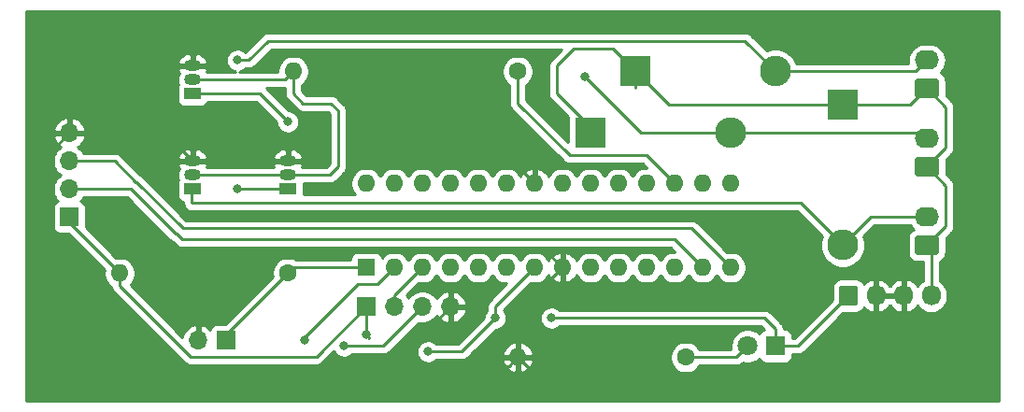
<source format=gbr>
%TF.GenerationSoftware,KiCad,Pcbnew,5.1.6-c6e7f7d~86~ubuntu16.04.1*%
%TF.CreationDate,2020-06-21T16:49:51-03:00*%
%TF.ProjectId,coolercontroller,636f6f6c-6572-4636-9f6e-74726f6c6c65,rev?*%
%TF.SameCoordinates,Original*%
%TF.FileFunction,Copper,L1,Top*%
%TF.FilePolarity,Positive*%
%FSLAX46Y46*%
G04 Gerber Fmt 4.6, Leading zero omitted, Abs format (unit mm)*
G04 Created by KiCad (PCBNEW 5.1.6-c6e7f7d~86~ubuntu16.04.1) date 2020-06-21 16:49:51*
%MOMM*%
%LPD*%
G01*
G04 APERTURE LIST*
%TA.AperFunction,ComponentPad*%
%ADD10O,2.190000X1.740000*%
%TD*%
%TA.AperFunction,ComponentPad*%
%ADD11O,1.700000X1.700000*%
%TD*%
%TA.AperFunction,ComponentPad*%
%ADD12R,1.700000X1.700000*%
%TD*%
%TA.AperFunction,ComponentPad*%
%ADD13O,1.600000X1.600000*%
%TD*%
%TA.AperFunction,ComponentPad*%
%ADD14C,1.600000*%
%TD*%
%TA.AperFunction,ComponentPad*%
%ADD15R,1.500000X1.050000*%
%TD*%
%TA.AperFunction,ComponentPad*%
%ADD16O,1.500000X1.050000*%
%TD*%
%TA.AperFunction,ComponentPad*%
%ADD17R,1.600000X1.600000*%
%TD*%
%TA.AperFunction,ComponentPad*%
%ADD18O,2.800000X2.800000*%
%TD*%
%TA.AperFunction,ComponentPad*%
%ADD19R,2.800000X2.800000*%
%TD*%
%TA.AperFunction,ComponentPad*%
%ADD20C,1.800000*%
%TD*%
%TA.AperFunction,ComponentPad*%
%ADD21R,1.800000X1.800000*%
%TD*%
%TA.AperFunction,ComponentPad*%
%ADD22O,1.700000X1.850000*%
%TD*%
%TA.AperFunction,ViaPad*%
%ADD23C,0.800000*%
%TD*%
%TA.AperFunction,Conductor*%
%ADD24C,0.250000*%
%TD*%
%TA.AperFunction,Conductor*%
%ADD25C,0.254000*%
%TD*%
G04 APERTURE END LIST*
D10*
%TO.P,P6,2*%
%TO.N,Net-(D4-Pad2)*%
X153924000Y-142240000D03*
%TO.P,P6,1*%
%TO.N,+12V*%
%TA.AperFunction,ComponentPad*%
G36*
G01*
X154769001Y-145650000D02*
X153078999Y-145650000D01*
G75*
G02*
X152829000Y-145400001I0J249999D01*
G01*
X152829000Y-144159999D01*
G75*
G02*
X153078999Y-143910000I249999J0D01*
G01*
X154769001Y-143910000D01*
G75*
G02*
X155019000Y-144159999I0J-249999D01*
G01*
X155019000Y-145400001D01*
G75*
G02*
X154769001Y-145650000I-249999J0D01*
G01*
G37*
%TD.AperFunction*%
%TD*%
%TO.P,P5,2*%
%TO.N,Net-(D3-Pad2)*%
X153924000Y-149352000D03*
%TO.P,P5,1*%
%TO.N,+12V*%
%TA.AperFunction,ComponentPad*%
G36*
G01*
X154769001Y-152762000D02*
X153078999Y-152762000D01*
G75*
G02*
X152829000Y-152512001I0J249999D01*
G01*
X152829000Y-151271999D01*
G75*
G02*
X153078999Y-151022000I249999J0D01*
G01*
X154769001Y-151022000D01*
G75*
G02*
X155019000Y-151271999I0J-249999D01*
G01*
X155019000Y-152512001D01*
G75*
G02*
X154769001Y-152762000I-249999J0D01*
G01*
G37*
%TD.AperFunction*%
%TD*%
%TO.P,P4,2*%
%TO.N,Net-(D2-Pad2)*%
X153924000Y-156464000D03*
%TO.P,P4,1*%
%TO.N,+12V*%
%TA.AperFunction,ComponentPad*%
G36*
G01*
X154769001Y-159874000D02*
X153078999Y-159874000D01*
G75*
G02*
X152829000Y-159624001I0J249999D01*
G01*
X152829000Y-158383999D01*
G75*
G02*
X153078999Y-158134000I249999J0D01*
G01*
X154769001Y-158134000D01*
G75*
G02*
X155019000Y-158383999I0J-249999D01*
G01*
X155019000Y-159624001D01*
G75*
G02*
X154769001Y-159874000I-249999J0D01*
G01*
G37*
%TD.AperFunction*%
%TD*%
D11*
%TO.P,P3,4*%
%TO.N,GND*%
X110744000Y-164592000D03*
%TO.P,P3,3*%
%TO.N,Net-(IC1-Pad2)*%
X108204000Y-164592000D03*
%TO.P,P3,2*%
%TO.N,Net-(IC1-Pad3)*%
X105664000Y-164592000D03*
D12*
%TO.P,P3,1*%
%TO.N,VCC*%
X103124000Y-164592000D03*
%TD*%
D11*
%TO.P,P2,4*%
%TO.N,GND*%
X76200000Y-148844000D03*
%TO.P,P2,3*%
%TO.N,Net-(IC1-Pad14)*%
X76200000Y-151384000D03*
%TO.P,P2,2*%
%TO.N,Net-(IC1-Pad13)*%
X76200000Y-153924000D03*
D12*
%TO.P,P2,1*%
%TO.N,VCC*%
X76200000Y-156464000D03*
%TD*%
D11*
%TO.P,J1,2*%
%TO.N,GND*%
X87884000Y-167640000D03*
D12*
%TO.P,J1,1*%
%TO.N,Net-(IC1-Pad1)*%
X90424000Y-167640000D03*
%TD*%
D13*
%TO.P,R2,2*%
%TO.N,VCC*%
X80772000Y-161544000D03*
D14*
%TO.P,R2,1*%
%TO.N,Net-(IC1-Pad1)*%
X96012000Y-161544000D03*
%TD*%
D13*
%TO.P,R1,2*%
%TO.N,GND*%
X116840000Y-169164000D03*
D14*
%TO.P,R1,1*%
%TO.N,Net-(D1-Pad2)*%
X132080000Y-169164000D03*
%TD*%
D15*
%TO.P,Q3,1*%
%TO.N,Net-(D4-Pad2)*%
X96012000Y-153924000D03*
D16*
%TO.P,Q3,3*%
%TO.N,GND*%
X96012000Y-151384000D03*
%TO.P,Q3,2*%
%TO.N,Net-(Q1-Pad2)*%
X96012000Y-152654000D03*
%TD*%
D15*
%TO.P,Q2,1*%
%TO.N,Net-(D3-Pad2)*%
X87376000Y-145288000D03*
D16*
%TO.P,Q2,3*%
%TO.N,GND*%
X87376000Y-142748000D03*
%TO.P,Q2,2*%
%TO.N,Net-(Q1-Pad2)*%
X87376000Y-144018000D03*
%TD*%
D15*
%TO.P,Q1,1*%
%TO.N,Net-(D2-Pad2)*%
X87376000Y-153924000D03*
D16*
%TO.P,Q1,3*%
%TO.N,GND*%
X87376000Y-151384000D03*
%TO.P,Q1,2*%
%TO.N,Net-(Q1-Pad2)*%
X87376000Y-152654000D03*
%TD*%
D13*
%TO.P,IC1,28*%
%TO.N,Net-(IC1-Pad28)*%
X103124000Y-153416000D03*
%TO.P,IC1,14*%
%TO.N,Net-(IC1-Pad14)*%
X136144000Y-161036000D03*
%TO.P,IC1,27*%
%TO.N,Net-(IC1-Pad27)*%
X105664000Y-153416000D03*
%TO.P,IC1,13*%
%TO.N,Net-(IC1-Pad13)*%
X133604000Y-161036000D03*
%TO.P,IC1,26*%
%TO.N,Net-(IC1-Pad26)*%
X108204000Y-153416000D03*
%TO.P,IC1,12*%
%TO.N,Net-(IC1-Pad12)*%
X131064000Y-161036000D03*
%TO.P,IC1,25*%
%TO.N,Net-(IC1-Pad25)*%
X110744000Y-153416000D03*
%TO.P,IC1,11*%
%TO.N,Net-(IC1-Pad11)*%
X128524000Y-161036000D03*
%TO.P,IC1,24*%
%TO.N,Net-(IC1-Pad24)*%
X113284000Y-153416000D03*
%TO.P,IC1,10*%
%TO.N,Net-(IC1-Pad10)*%
X125984000Y-161036000D03*
%TO.P,IC1,23*%
%TO.N,Net-(IC1-Pad23)*%
X115824000Y-153416000D03*
%TO.P,IC1,9*%
%TO.N,Net-(IC1-Pad9)*%
X123444000Y-161036000D03*
%TO.P,IC1,22*%
%TO.N,GND*%
X118364000Y-153416000D03*
%TO.P,IC1,8*%
X120904000Y-161036000D03*
%TO.P,IC1,21*%
%TO.N,Net-(IC1-Pad21)*%
X120904000Y-153416000D03*
%TO.P,IC1,7*%
%TO.N,VCC*%
X118364000Y-161036000D03*
%TO.P,IC1,20*%
%TO.N,Net-(IC1-Pad20)*%
X123444000Y-153416000D03*
%TO.P,IC1,6*%
%TO.N,Net-(IC1-Pad6)*%
X115824000Y-161036000D03*
%TO.P,IC1,19*%
%TO.N,Net-(IC1-Pad19)*%
X125984000Y-153416000D03*
%TO.P,IC1,5*%
%TO.N,Net-(IC1-Pad5)*%
X113284000Y-161036000D03*
%TO.P,IC1,18*%
%TO.N,Net-(IC1-Pad18)*%
X128524000Y-153416000D03*
%TO.P,IC1,4*%
%TO.N,Net-(IC1-Pad4)*%
X110744000Y-161036000D03*
%TO.P,IC1,17*%
%TO.N,Net-(IC1-Pad17)*%
X131064000Y-153416000D03*
%TO.P,IC1,3*%
%TO.N,Net-(IC1-Pad3)*%
X108204000Y-161036000D03*
%TO.P,IC1,16*%
%TO.N,Net-(IC1-Pad16)*%
X133604000Y-153416000D03*
%TO.P,IC1,2*%
%TO.N,Net-(IC1-Pad2)*%
X105664000Y-161036000D03*
%TO.P,IC1,15*%
%TO.N,Net-(IC1-Pad15)*%
X136144000Y-153416000D03*
D17*
%TO.P,IC1,1*%
%TO.N,Net-(IC1-Pad1)*%
X103124000Y-161036000D03*
%TD*%
D18*
%TO.P,D4,2*%
%TO.N,Net-(D4-Pad2)*%
X140208000Y-143256000D03*
D19*
%TO.P,D4,1*%
%TO.N,+12V*%
X127508000Y-143256000D03*
%TD*%
D18*
%TO.P,D3,2*%
%TO.N,Net-(D3-Pad2)*%
X136144000Y-148844000D03*
D19*
%TO.P,D3,1*%
%TO.N,+12V*%
X123444000Y-148844000D03*
%TD*%
D18*
%TO.P,D2,2*%
%TO.N,Net-(D2-Pad2)*%
X146304000Y-159004000D03*
D19*
%TO.P,D2,1*%
%TO.N,+12V*%
X146304000Y-146304000D03*
%TD*%
D20*
%TO.P,D1,2*%
%TO.N,Net-(D1-Pad2)*%
X137668000Y-168148000D03*
D21*
%TO.P,D1,1*%
%TO.N,VCC*%
X140208000Y-168148000D03*
%TD*%
%TO.P,P1,1*%
%TO.N,VCC*%
%TA.AperFunction,ComponentPad*%
G36*
G01*
X145962000Y-164251000D02*
X145962000Y-162901000D01*
G75*
G02*
X146212000Y-162651000I250000J0D01*
G01*
X147412000Y-162651000D01*
G75*
G02*
X147662000Y-162901000I0J-250000D01*
G01*
X147662000Y-164251000D01*
G75*
G02*
X147412000Y-164501000I-250000J0D01*
G01*
X146212000Y-164501000D01*
G75*
G02*
X145962000Y-164251000I0J250000D01*
G01*
G37*
%TD.AperFunction*%
D22*
%TO.P,P1,2*%
%TO.N,GND*%
X149312000Y-163576000D03*
%TO.P,P1,3*%
X151812000Y-163576000D03*
%TO.P,P1,4*%
%TO.N,+12V*%
X154312000Y-163576000D03*
%TD*%
D14*
%TO.P,R3,1*%
%TO.N,Net-(IC1-Pad17)*%
X116840000Y-143256000D03*
D13*
%TO.P,R3,2*%
%TO.N,Net-(Q1-Pad2)*%
X96520000Y-143256000D03*
%TD*%
D23*
%TO.N,VCC*%
X103124000Y-167132000D03*
X119888000Y-165608000D03*
X114817001Y-165598999D03*
X108712000Y-168656000D03*
%TO.N,Net-(D3-Pad2)*%
X122936000Y-143764000D03*
X96012000Y-147828000D03*
%TO.N,Net-(D4-Pad2)*%
X91440000Y-153924000D03*
X91440000Y-142240000D03*
%TO.N,GND*%
X102616000Y-151384000D03*
X99060000Y-151384000D03*
%TO.N,Net-(IC1-Pad2)*%
X101092000Y-168148000D03*
X97536000Y-167640000D03*
%TD*%
D24*
%TO.N,Net-(D1-Pad2)*%
X136652000Y-169164000D02*
X137668000Y-168148000D01*
X132080000Y-169164000D02*
X136652000Y-169164000D01*
%TO.N,VCC*%
X76200000Y-156972000D02*
X76200000Y-156464000D01*
X80772000Y-161544000D02*
X76200000Y-156972000D01*
X98600999Y-169115001D02*
X103124000Y-164592000D01*
X87175999Y-169115001D02*
X98600999Y-169115001D01*
X80772000Y-162711002D02*
X87175999Y-169115001D01*
X80772000Y-161544000D02*
X80772000Y-162711002D01*
X142240000Y-168148000D02*
X146812000Y-163576000D01*
X140208000Y-168148000D02*
X142240000Y-168148000D01*
X103124000Y-164592000D02*
X103124000Y-166624000D01*
X103124000Y-167132000D02*
X103389990Y-167397990D01*
X103124000Y-166624000D02*
X103124000Y-167132000D01*
X140208000Y-168148000D02*
X140208000Y-166624000D01*
X140208000Y-166624000D02*
X139192000Y-165608000D01*
X139192000Y-165608000D02*
X127275000Y-165608000D01*
X127275000Y-165608000D02*
X119888000Y-165608000D01*
X119888000Y-165608000D02*
X119888000Y-165608000D01*
X118364000Y-161036000D02*
X114817001Y-164582999D01*
X114817001Y-164582999D02*
X114817001Y-165598999D01*
X114817001Y-165598999D02*
X114817001Y-165598999D01*
X114817001Y-165598999D02*
X111760000Y-168656000D01*
X111760000Y-168656000D02*
X108712000Y-168656000D01*
X108712000Y-168656000D02*
X108712000Y-168656000D01*
%TO.N,Net-(D2-Pad2)*%
X148844000Y-156464000D02*
X153924000Y-156464000D01*
X146304000Y-159004000D02*
X148844000Y-156464000D01*
X146304000Y-159004000D02*
X142482010Y-155182010D01*
X142482010Y-155182010D02*
X87319335Y-155182009D01*
X87319335Y-153980665D02*
X87376000Y-153924000D01*
X87319335Y-155182009D02*
X87319335Y-153980665D01*
%TO.N,+12V*%
X154312000Y-159392000D02*
X153924000Y-159004000D01*
X154312000Y-163576000D02*
X154312000Y-159392000D01*
X155644010Y-157283990D02*
X155644010Y-153612010D01*
X155644010Y-153612010D02*
X153924000Y-151892000D01*
X153924000Y-159004000D02*
X155644010Y-157283990D01*
X155644010Y-146500010D02*
X153924000Y-144780000D01*
X155644010Y-150171990D02*
X155644010Y-146500010D01*
X153924000Y-151892000D02*
X155644010Y-150171990D01*
X152400000Y-146304000D02*
X153924000Y-144780000D01*
X146304000Y-146304000D02*
X152400000Y-146304000D01*
X130556000Y-146304000D02*
X127508000Y-143256000D01*
X146304000Y-146304000D02*
X130556000Y-146304000D01*
X127508000Y-143256000D02*
X127508000Y-144780000D01*
X123444000Y-148844000D02*
X123444000Y-148336000D01*
X123444000Y-148336000D02*
X120396000Y-145288000D01*
X120396000Y-145288000D02*
X120396000Y-142748000D01*
X120396000Y-142748000D02*
X121920000Y-141224000D01*
X125476000Y-141224000D02*
X127508000Y-143256000D01*
X121920000Y-141224000D02*
X125476000Y-141224000D01*
%TO.N,Net-(D3-Pad2)*%
X153416000Y-148844000D02*
X153924000Y-149352000D01*
X136144000Y-148844000D02*
X153416000Y-148844000D01*
X136144000Y-148844000D02*
X128016000Y-148844000D01*
X128016000Y-148844000D02*
X122936000Y-143764000D01*
X122936000Y-143764000D02*
X122936000Y-143764000D01*
X87376000Y-145288000D02*
X93472000Y-145288000D01*
X93472000Y-145288000D02*
X96012000Y-147828000D01*
X96012000Y-147828000D02*
X96012000Y-147828000D01*
%TO.N,Net-(D4-Pad2)*%
X152908000Y-143256000D02*
X153924000Y-142240000D01*
X140208000Y-143256000D02*
X152908000Y-143256000D01*
X137425990Y-140473990D02*
X94222010Y-140473990D01*
X140208000Y-143256000D02*
X137425990Y-140473990D01*
X94222010Y-140473990D02*
X92456000Y-142240000D01*
X96012000Y-153924000D02*
X91440000Y-153924000D01*
X91440000Y-153924000D02*
X91440000Y-153924000D01*
X92456000Y-142240000D02*
X91440000Y-142240000D01*
X91440000Y-142240000D02*
X91440000Y-142240000D01*
%TO.N,Net-(IC1-Pad14)*%
X132588000Y-157480000D02*
X136144000Y-161036000D01*
X86499998Y-157480000D02*
X132588000Y-157480000D01*
X82296000Y-153276002D02*
X86499998Y-157480000D01*
X80308674Y-151384000D02*
X76200000Y-151384000D01*
X82200676Y-153276002D02*
X80308674Y-151384000D01*
X82296000Y-153276002D02*
X82200676Y-153276002D01*
%TO.N,Net-(IC1-Pad13)*%
X131064000Y-158496000D02*
X133604000Y-161036000D01*
X86455324Y-158496000D02*
X131064000Y-158496000D01*
X75596676Y-153924000D02*
X81788000Y-153924000D01*
X81788000Y-153924000D02*
X85852000Y-157988000D01*
X85852000Y-157988000D02*
X85947324Y-157988000D01*
X85947324Y-157988000D02*
X86455324Y-158496000D01*
%TO.N,GND*%
X76200000Y-148844000D02*
X83312000Y-148844000D01*
X83312000Y-145812000D02*
X86376000Y-142748000D01*
X86376000Y-142748000D02*
X87376000Y-142748000D01*
X83312000Y-148844000D02*
X83312000Y-145812000D01*
X116840000Y-165100000D02*
X120904000Y-161036000D01*
X116840000Y-169164000D02*
X116840000Y-165100000D01*
X74724999Y-150319001D02*
X76200000Y-148844000D01*
X74724999Y-157724675D02*
X74724999Y-150319001D01*
X86865334Y-169865010D02*
X74724999Y-157724675D01*
X105470990Y-169865010D02*
X86865334Y-169865010D01*
X110744000Y-164592000D02*
X105470990Y-169865010D01*
X119478999Y-159610999D02*
X120904000Y-161036000D01*
X94710920Y-159610999D02*
X119478999Y-159610999D01*
X87884000Y-166437919D02*
X94710920Y-159610999D01*
X87884000Y-167640000D02*
X87884000Y-166437919D01*
X84836000Y-148844000D02*
X87376000Y-151384000D01*
X83312000Y-148844000D02*
X84836000Y-148844000D01*
X87376000Y-151384000D02*
X96012000Y-151384000D01*
X151812000Y-163576000D02*
X151812000Y-166196000D01*
X147418999Y-170589001D02*
X118265001Y-170589001D01*
X118265001Y-170589001D02*
X116840000Y-169164000D01*
X151812000Y-166196000D02*
X147418999Y-170589001D01*
X96012000Y-151384000D02*
X99060000Y-151384000D01*
X118364000Y-153416000D02*
X116332000Y-151384000D01*
X116332000Y-151384000D02*
X102616000Y-151384000D01*
X102616000Y-151384000D02*
X102616000Y-151384000D01*
X99060000Y-151384000D02*
X99568000Y-151384000D01*
X151812000Y-163576000D02*
X149312000Y-163576000D01*
X105569979Y-169963999D02*
X105470990Y-169865010D01*
X116040001Y-169963999D02*
X105569979Y-169963999D01*
X116840000Y-169164000D02*
X116040001Y-169963999D01*
%TO.N,Net-(IC1-Pad17)*%
X116840000Y-146165002D02*
X116840000Y-143256000D01*
X121543999Y-150869001D02*
X116840000Y-146165002D01*
X128517001Y-150869001D02*
X121543999Y-150869001D01*
X131064000Y-153416000D02*
X128517001Y-150869001D01*
%TO.N,Net-(IC1-Pad3)*%
X105664000Y-163576000D02*
X105664000Y-164592000D01*
X108204000Y-161036000D02*
X105664000Y-163576000D01*
%TO.N,Net-(IC1-Pad2)*%
X108204000Y-164592000D02*
X104648000Y-168148000D01*
X104648000Y-168148000D02*
X101092000Y-168148000D01*
X101092000Y-168148000D02*
X101092000Y-168148000D01*
X105664000Y-161036000D02*
X104140000Y-162560000D01*
X102330998Y-162560000D02*
X97536000Y-167354998D01*
X104140000Y-162560000D02*
X102330998Y-162560000D01*
X97536000Y-167354998D02*
X97536000Y-167640000D01*
X97536000Y-167640000D02*
X97536000Y-167640000D01*
%TO.N,Net-(IC1-Pad1)*%
X90424000Y-167132000D02*
X90424000Y-167640000D01*
X96012000Y-161544000D02*
X90424000Y-167132000D01*
X96520000Y-161036000D02*
X96012000Y-161544000D01*
X103124000Y-161036000D02*
X96520000Y-161036000D01*
%TO.N,Net-(Q1-Pad2)*%
X95758000Y-144018000D02*
X87376000Y-144018000D01*
X96520000Y-143256000D02*
X95758000Y-144018000D01*
X87630000Y-152654000D02*
X96012000Y-152654000D01*
X87376000Y-152654000D02*
X87630000Y-152654000D01*
X97387010Y-146155010D02*
X96520000Y-145288000D01*
X96520000Y-145288000D02*
X96520000Y-143256000D01*
X96012000Y-152654000D02*
X99822000Y-152654000D01*
X99927010Y-146155010D02*
X97387010Y-146155010D01*
X99822000Y-152654000D02*
X100584000Y-151892000D01*
X100584000Y-151892000D02*
X100584000Y-146812000D01*
X100584000Y-146812000D02*
X99927010Y-146155010D01*
%TD*%
D25*
%TO.N,GND*%
G36*
X160401000Y-173101000D02*
G01*
X72263000Y-173101000D01*
X72263000Y-155614000D01*
X74711928Y-155614000D01*
X74711928Y-157314000D01*
X74724188Y-157438482D01*
X74760498Y-157558180D01*
X74819463Y-157668494D01*
X74898815Y-157765185D01*
X74995506Y-157844537D01*
X75105820Y-157903502D01*
X75225518Y-157939812D01*
X75350000Y-157952072D01*
X76105271Y-157952072D01*
X79373312Y-161220115D01*
X79337000Y-161402665D01*
X79337000Y-161685335D01*
X79392147Y-161962574D01*
X79500320Y-162223727D01*
X79657363Y-162458759D01*
X79857241Y-162658637D01*
X80013446Y-162763010D01*
X80022236Y-162852246D01*
X80022998Y-162859987D01*
X80066454Y-163003248D01*
X80137026Y-163135278D01*
X80198259Y-163209890D01*
X80232000Y-163251003D01*
X80260998Y-163274801D01*
X86612200Y-169626004D01*
X86635998Y-169655002D01*
X86751723Y-169749975D01*
X86883752Y-169820547D01*
X87027013Y-169864004D01*
X87138666Y-169875001D01*
X87138675Y-169875001D01*
X87175998Y-169878677D01*
X87213321Y-169875001D01*
X98563677Y-169875001D01*
X98600999Y-169878677D01*
X98638321Y-169875001D01*
X98638332Y-169875001D01*
X98749985Y-169864004D01*
X98893246Y-169820547D01*
X99025275Y-169749975D01*
X99141000Y-169655002D01*
X99164803Y-169625998D01*
X100168278Y-168622523D01*
X100174795Y-168638256D01*
X100288063Y-168807774D01*
X100432226Y-168951937D01*
X100601744Y-169065205D01*
X100790102Y-169143226D01*
X100990061Y-169183000D01*
X101193939Y-169183000D01*
X101393898Y-169143226D01*
X101582256Y-169065205D01*
X101751774Y-168951937D01*
X101795711Y-168908000D01*
X104610678Y-168908000D01*
X104648000Y-168911676D01*
X104685322Y-168908000D01*
X104685333Y-168908000D01*
X104796986Y-168897003D01*
X104940247Y-168853546D01*
X105072276Y-168782974D01*
X105188001Y-168688001D01*
X105211804Y-168658997D01*
X107837593Y-166033210D01*
X108057740Y-166077000D01*
X108350260Y-166077000D01*
X108637158Y-166019932D01*
X108907411Y-165907990D01*
X109150632Y-165745475D01*
X109357475Y-165538632D01*
X109479195Y-165356466D01*
X109548822Y-165473355D01*
X109743731Y-165689588D01*
X109977080Y-165863641D01*
X110239901Y-165988825D01*
X110387110Y-166033476D01*
X110617000Y-165912155D01*
X110617000Y-164719000D01*
X110871000Y-164719000D01*
X110871000Y-165912155D01*
X111100890Y-166033476D01*
X111248099Y-165988825D01*
X111510920Y-165863641D01*
X111744269Y-165689588D01*
X111939178Y-165473355D01*
X112088157Y-165223252D01*
X112185481Y-164948891D01*
X112064814Y-164719000D01*
X110871000Y-164719000D01*
X110617000Y-164719000D01*
X110597000Y-164719000D01*
X110597000Y-164465000D01*
X110617000Y-164465000D01*
X110617000Y-163271845D01*
X110871000Y-163271845D01*
X110871000Y-164465000D01*
X112064814Y-164465000D01*
X112185481Y-164235109D01*
X112088157Y-163960748D01*
X111939178Y-163710645D01*
X111744269Y-163494412D01*
X111510920Y-163320359D01*
X111248099Y-163195175D01*
X111100890Y-163150524D01*
X110871000Y-163271845D01*
X110617000Y-163271845D01*
X110387110Y-163150524D01*
X110239901Y-163195175D01*
X109977080Y-163320359D01*
X109743731Y-163494412D01*
X109548822Y-163710645D01*
X109479195Y-163827534D01*
X109357475Y-163645368D01*
X109150632Y-163438525D01*
X108907411Y-163276010D01*
X108637158Y-163164068D01*
X108350260Y-163107000D01*
X108057740Y-163107000D01*
X107770842Y-163164068D01*
X107500589Y-163276010D01*
X107257368Y-163438525D01*
X107050525Y-163645368D01*
X106934000Y-163819760D01*
X106817475Y-163645368D01*
X106743454Y-163571347D01*
X107880114Y-162434688D01*
X108062665Y-162471000D01*
X108345335Y-162471000D01*
X108622574Y-162415853D01*
X108883727Y-162307680D01*
X109118759Y-162150637D01*
X109318637Y-161950759D01*
X109474000Y-161718241D01*
X109629363Y-161950759D01*
X109829241Y-162150637D01*
X110064273Y-162307680D01*
X110325426Y-162415853D01*
X110602665Y-162471000D01*
X110885335Y-162471000D01*
X111162574Y-162415853D01*
X111423727Y-162307680D01*
X111658759Y-162150637D01*
X111858637Y-161950759D01*
X112014000Y-161718241D01*
X112169363Y-161950759D01*
X112369241Y-162150637D01*
X112604273Y-162307680D01*
X112865426Y-162415853D01*
X113142665Y-162471000D01*
X113425335Y-162471000D01*
X113702574Y-162415853D01*
X113963727Y-162307680D01*
X114198759Y-162150637D01*
X114398637Y-161950759D01*
X114554000Y-161718241D01*
X114709363Y-161950759D01*
X114909241Y-162150637D01*
X115144273Y-162307680D01*
X115405426Y-162415853D01*
X115682665Y-162471000D01*
X115854199Y-162471000D01*
X114306004Y-164019195D01*
X114277000Y-164042998D01*
X114240886Y-164087004D01*
X114182027Y-164158723D01*
X114141198Y-164235109D01*
X114111455Y-164290753D01*
X114067998Y-164434014D01*
X114057001Y-164545667D01*
X114057001Y-164545677D01*
X114053325Y-164582999D01*
X114057001Y-164620322D01*
X114057001Y-164895288D01*
X114013064Y-164939225D01*
X113899796Y-165108743D01*
X113821775Y-165297101D01*
X113782001Y-165497060D01*
X113782001Y-165559197D01*
X111445199Y-167896000D01*
X109415711Y-167896000D01*
X109371774Y-167852063D01*
X109202256Y-167738795D01*
X109013898Y-167660774D01*
X108813939Y-167621000D01*
X108610061Y-167621000D01*
X108410102Y-167660774D01*
X108221744Y-167738795D01*
X108052226Y-167852063D01*
X107908063Y-167996226D01*
X107794795Y-168165744D01*
X107716774Y-168354102D01*
X107677000Y-168554061D01*
X107677000Y-168757939D01*
X107716774Y-168957898D01*
X107794795Y-169146256D01*
X107908063Y-169315774D01*
X108052226Y-169459937D01*
X108221744Y-169573205D01*
X108410102Y-169651226D01*
X108610061Y-169691000D01*
X108813939Y-169691000D01*
X109013898Y-169651226D01*
X109202256Y-169573205D01*
X109292301Y-169513039D01*
X115448096Y-169513039D01*
X115488754Y-169647087D01*
X115608963Y-169901420D01*
X115776481Y-170127414D01*
X115984869Y-170316385D01*
X116226119Y-170461070D01*
X116490960Y-170555909D01*
X116713000Y-170434624D01*
X116713000Y-169291000D01*
X116967000Y-169291000D01*
X116967000Y-170434624D01*
X117189040Y-170555909D01*
X117453881Y-170461070D01*
X117695131Y-170316385D01*
X117903519Y-170127414D01*
X118071037Y-169901420D01*
X118191246Y-169647087D01*
X118231904Y-169513039D01*
X118109915Y-169291000D01*
X116967000Y-169291000D01*
X116713000Y-169291000D01*
X115570085Y-169291000D01*
X115448096Y-169513039D01*
X109292301Y-169513039D01*
X109371774Y-169459937D01*
X109415711Y-169416000D01*
X111722678Y-169416000D01*
X111760000Y-169419676D01*
X111797322Y-169416000D01*
X111797333Y-169416000D01*
X111908986Y-169405003D01*
X112052247Y-169361546D01*
X112184276Y-169290974D01*
X112300001Y-169196001D01*
X112323804Y-169166997D01*
X112675840Y-168814961D01*
X115448096Y-168814961D01*
X115570085Y-169037000D01*
X116713000Y-169037000D01*
X116713000Y-167893376D01*
X116967000Y-167893376D01*
X116967000Y-169037000D01*
X118109915Y-169037000D01*
X118231904Y-168814961D01*
X118191246Y-168680913D01*
X118071037Y-168426580D01*
X117903519Y-168200586D01*
X117695131Y-168011615D01*
X117453881Y-167866930D01*
X117189040Y-167772091D01*
X116967000Y-167893376D01*
X116713000Y-167893376D01*
X116490960Y-167772091D01*
X116226119Y-167866930D01*
X115984869Y-168011615D01*
X115776481Y-168200586D01*
X115608963Y-168426580D01*
X115488754Y-168680913D01*
X115448096Y-168814961D01*
X112675840Y-168814961D01*
X114856803Y-166633999D01*
X114918940Y-166633999D01*
X115118899Y-166594225D01*
X115307257Y-166516204D01*
X115476775Y-166402936D01*
X115620938Y-166258773D01*
X115734206Y-166089255D01*
X115812227Y-165900897D01*
X115852001Y-165700938D01*
X115852001Y-165506061D01*
X118853000Y-165506061D01*
X118853000Y-165709939D01*
X118892774Y-165909898D01*
X118970795Y-166098256D01*
X119084063Y-166267774D01*
X119228226Y-166411937D01*
X119397744Y-166525205D01*
X119586102Y-166603226D01*
X119786061Y-166643000D01*
X119989939Y-166643000D01*
X120189898Y-166603226D01*
X120378256Y-166525205D01*
X120547774Y-166411937D01*
X120591711Y-166368000D01*
X138877199Y-166368000D01*
X139143520Y-166634321D01*
X139063820Y-166658498D01*
X138953506Y-166717463D01*
X138856815Y-166796815D01*
X138777463Y-166893506D01*
X138718498Y-167003820D01*
X138712944Y-167022127D01*
X138646505Y-166955688D01*
X138395095Y-166787701D01*
X138115743Y-166671989D01*
X137819184Y-166613000D01*
X137516816Y-166613000D01*
X137220257Y-166671989D01*
X136940905Y-166787701D01*
X136689495Y-166955688D01*
X136475688Y-167169495D01*
X136307701Y-167420905D01*
X136191989Y-167700257D01*
X136133000Y-167996816D01*
X136133000Y-168299184D01*
X136153849Y-168404000D01*
X133298043Y-168404000D01*
X133194637Y-168249241D01*
X132994759Y-168049363D01*
X132759727Y-167892320D01*
X132498574Y-167784147D01*
X132221335Y-167729000D01*
X131938665Y-167729000D01*
X131661426Y-167784147D01*
X131400273Y-167892320D01*
X131165241Y-168049363D01*
X130965363Y-168249241D01*
X130808320Y-168484273D01*
X130700147Y-168745426D01*
X130645000Y-169022665D01*
X130645000Y-169305335D01*
X130700147Y-169582574D01*
X130808320Y-169843727D01*
X130965363Y-170078759D01*
X131165241Y-170278637D01*
X131400273Y-170435680D01*
X131661426Y-170543853D01*
X131938665Y-170599000D01*
X132221335Y-170599000D01*
X132498574Y-170543853D01*
X132759727Y-170435680D01*
X132994759Y-170278637D01*
X133194637Y-170078759D01*
X133298043Y-169924000D01*
X136614678Y-169924000D01*
X136652000Y-169927676D01*
X136689322Y-169924000D01*
X136689333Y-169924000D01*
X136800986Y-169913003D01*
X136944247Y-169869546D01*
X137076276Y-169798974D01*
X137192001Y-169704001D01*
X137215804Y-169674998D01*
X137259070Y-169631731D01*
X137516816Y-169683000D01*
X137819184Y-169683000D01*
X138115743Y-169624011D01*
X138395095Y-169508299D01*
X138646505Y-169340312D01*
X138712944Y-169273873D01*
X138718498Y-169292180D01*
X138777463Y-169402494D01*
X138856815Y-169499185D01*
X138953506Y-169578537D01*
X139063820Y-169637502D01*
X139183518Y-169673812D01*
X139308000Y-169686072D01*
X141108000Y-169686072D01*
X141232482Y-169673812D01*
X141352180Y-169637502D01*
X141462494Y-169578537D01*
X141559185Y-169499185D01*
X141638537Y-169402494D01*
X141697502Y-169292180D01*
X141733812Y-169172482D01*
X141746072Y-169048000D01*
X141746072Y-168908000D01*
X142202678Y-168908000D01*
X142240000Y-168911676D01*
X142277322Y-168908000D01*
X142277333Y-168908000D01*
X142388986Y-168897003D01*
X142532247Y-168853546D01*
X142664276Y-168782974D01*
X142780001Y-168688001D01*
X142803804Y-168658997D01*
X146323731Y-165139072D01*
X147412000Y-165139072D01*
X147585254Y-165122008D01*
X147751850Y-165071472D01*
X147905386Y-164989405D01*
X148039962Y-164878962D01*
X148150405Y-164744386D01*
X148208954Y-164634850D01*
X148258460Y-164695695D01*
X148482513Y-164881157D01*
X148738443Y-165019345D01*
X148955110Y-165092476D01*
X149185000Y-164971155D01*
X149185000Y-163703000D01*
X149439000Y-163703000D01*
X149439000Y-164971155D01*
X149668890Y-165092476D01*
X149885557Y-165019345D01*
X150141487Y-164881157D01*
X150365540Y-164695695D01*
X150549106Y-164470086D01*
X150562000Y-164445716D01*
X150574894Y-164470086D01*
X150758460Y-164695695D01*
X150982513Y-164881157D01*
X151238443Y-165019345D01*
X151455110Y-165092476D01*
X151685000Y-164971155D01*
X151685000Y-163703000D01*
X149439000Y-163703000D01*
X149185000Y-163703000D01*
X149165000Y-163703000D01*
X149165000Y-163449000D01*
X149185000Y-163449000D01*
X149185000Y-162180845D01*
X149439000Y-162180845D01*
X149439000Y-163449000D01*
X151685000Y-163449000D01*
X151685000Y-162180845D01*
X151455110Y-162059524D01*
X151238443Y-162132655D01*
X150982513Y-162270843D01*
X150758460Y-162456305D01*
X150574894Y-162681914D01*
X150562000Y-162706284D01*
X150549106Y-162681914D01*
X150365540Y-162456305D01*
X150141487Y-162270843D01*
X149885557Y-162132655D01*
X149668890Y-162059524D01*
X149439000Y-162180845D01*
X149185000Y-162180845D01*
X148955110Y-162059524D01*
X148738443Y-162132655D01*
X148482513Y-162270843D01*
X148258460Y-162456305D01*
X148208954Y-162517150D01*
X148150405Y-162407614D01*
X148039962Y-162273038D01*
X147905386Y-162162595D01*
X147751850Y-162080528D01*
X147585254Y-162029992D01*
X147412000Y-162012928D01*
X146212000Y-162012928D01*
X146038746Y-162029992D01*
X145872150Y-162080528D01*
X145718614Y-162162595D01*
X145584038Y-162273038D01*
X145473595Y-162407614D01*
X145391528Y-162561150D01*
X145340992Y-162727746D01*
X145323928Y-162901000D01*
X145323928Y-163989269D01*
X141925199Y-167388000D01*
X141746072Y-167388000D01*
X141746072Y-167248000D01*
X141733812Y-167123518D01*
X141697502Y-167003820D01*
X141638537Y-166893506D01*
X141559185Y-166796815D01*
X141462494Y-166717463D01*
X141352180Y-166658498D01*
X141232482Y-166622188D01*
X141108000Y-166609928D01*
X140970290Y-166609928D01*
X140968000Y-166586677D01*
X140968000Y-166586667D01*
X140957003Y-166475014D01*
X140913546Y-166331753D01*
X140874537Y-166258773D01*
X140842974Y-166199723D01*
X140771799Y-166112997D01*
X140748001Y-166083999D01*
X140719003Y-166060201D01*
X139755804Y-165097002D01*
X139732001Y-165067999D01*
X139616276Y-164973026D01*
X139484247Y-164902454D01*
X139340986Y-164858997D01*
X139229333Y-164848000D01*
X139229322Y-164848000D01*
X139192000Y-164844324D01*
X139154678Y-164848000D01*
X120591711Y-164848000D01*
X120547774Y-164804063D01*
X120378256Y-164690795D01*
X120189898Y-164612774D01*
X119989939Y-164573000D01*
X119786061Y-164573000D01*
X119586102Y-164612774D01*
X119397744Y-164690795D01*
X119228226Y-164804063D01*
X119084063Y-164948226D01*
X118970795Y-165117744D01*
X118892774Y-165306102D01*
X118853000Y-165506061D01*
X115852001Y-165506061D01*
X115852001Y-165497060D01*
X115812227Y-165297101D01*
X115734206Y-165108743D01*
X115620938Y-164939225D01*
X115578257Y-164896544D01*
X118040114Y-162434688D01*
X118222665Y-162471000D01*
X118505335Y-162471000D01*
X118782574Y-162415853D01*
X119043727Y-162307680D01*
X119278759Y-162150637D01*
X119478637Y-161950759D01*
X119635680Y-161715727D01*
X119640067Y-161705135D01*
X119751615Y-161891131D01*
X119940586Y-162099519D01*
X120166580Y-162267037D01*
X120420913Y-162387246D01*
X120554961Y-162427904D01*
X120777000Y-162305915D01*
X120777000Y-161163000D01*
X120757000Y-161163000D01*
X120757000Y-160909000D01*
X120777000Y-160909000D01*
X120777000Y-159766085D01*
X120554961Y-159644096D01*
X120420913Y-159684754D01*
X120166580Y-159804963D01*
X119940586Y-159972481D01*
X119751615Y-160180869D01*
X119640067Y-160366865D01*
X119635680Y-160356273D01*
X119478637Y-160121241D01*
X119278759Y-159921363D01*
X119043727Y-159764320D01*
X118782574Y-159656147D01*
X118505335Y-159601000D01*
X118222665Y-159601000D01*
X117945426Y-159656147D01*
X117684273Y-159764320D01*
X117449241Y-159921363D01*
X117249363Y-160121241D01*
X117094000Y-160353759D01*
X116938637Y-160121241D01*
X116738759Y-159921363D01*
X116503727Y-159764320D01*
X116242574Y-159656147D01*
X115965335Y-159601000D01*
X115682665Y-159601000D01*
X115405426Y-159656147D01*
X115144273Y-159764320D01*
X114909241Y-159921363D01*
X114709363Y-160121241D01*
X114554000Y-160353759D01*
X114398637Y-160121241D01*
X114198759Y-159921363D01*
X113963727Y-159764320D01*
X113702574Y-159656147D01*
X113425335Y-159601000D01*
X113142665Y-159601000D01*
X112865426Y-159656147D01*
X112604273Y-159764320D01*
X112369241Y-159921363D01*
X112169363Y-160121241D01*
X112014000Y-160353759D01*
X111858637Y-160121241D01*
X111658759Y-159921363D01*
X111423727Y-159764320D01*
X111162574Y-159656147D01*
X110885335Y-159601000D01*
X110602665Y-159601000D01*
X110325426Y-159656147D01*
X110064273Y-159764320D01*
X109829241Y-159921363D01*
X109629363Y-160121241D01*
X109474000Y-160353759D01*
X109318637Y-160121241D01*
X109118759Y-159921363D01*
X108883727Y-159764320D01*
X108622574Y-159656147D01*
X108345335Y-159601000D01*
X108062665Y-159601000D01*
X107785426Y-159656147D01*
X107524273Y-159764320D01*
X107289241Y-159921363D01*
X107089363Y-160121241D01*
X106934000Y-160353759D01*
X106778637Y-160121241D01*
X106578759Y-159921363D01*
X106343727Y-159764320D01*
X106082574Y-159656147D01*
X105805335Y-159601000D01*
X105522665Y-159601000D01*
X105245426Y-159656147D01*
X104984273Y-159764320D01*
X104749241Y-159921363D01*
X104550643Y-160119961D01*
X104549812Y-160111518D01*
X104513502Y-159991820D01*
X104454537Y-159881506D01*
X104375185Y-159784815D01*
X104278494Y-159705463D01*
X104168180Y-159646498D01*
X104048482Y-159610188D01*
X103924000Y-159597928D01*
X102324000Y-159597928D01*
X102199518Y-159610188D01*
X102079820Y-159646498D01*
X101969506Y-159705463D01*
X101872815Y-159784815D01*
X101793463Y-159881506D01*
X101734498Y-159991820D01*
X101698188Y-160111518D01*
X101685928Y-160236000D01*
X101685928Y-160276000D01*
X96697235Y-160276000D01*
X96691727Y-160272320D01*
X96430574Y-160164147D01*
X96153335Y-160109000D01*
X95870665Y-160109000D01*
X95593426Y-160164147D01*
X95332273Y-160272320D01*
X95097241Y-160429363D01*
X94897363Y-160629241D01*
X94740320Y-160864273D01*
X94632147Y-161125426D01*
X94577000Y-161402665D01*
X94577000Y-161685335D01*
X94613312Y-161867885D01*
X90329271Y-166151928D01*
X89574000Y-166151928D01*
X89449518Y-166164188D01*
X89329820Y-166200498D01*
X89219506Y-166259463D01*
X89122815Y-166338815D01*
X89043463Y-166435506D01*
X88984498Y-166545820D01*
X88960034Y-166626466D01*
X88884269Y-166542412D01*
X88650920Y-166368359D01*
X88388099Y-166243175D01*
X88240890Y-166198524D01*
X88011000Y-166319845D01*
X88011000Y-167513000D01*
X88031000Y-167513000D01*
X88031000Y-167767000D01*
X88011000Y-167767000D01*
X88011000Y-167787000D01*
X87757000Y-167787000D01*
X87757000Y-167767000D01*
X87737000Y-167767000D01*
X87737000Y-167513000D01*
X87757000Y-167513000D01*
X87757000Y-166319845D01*
X87527110Y-166198524D01*
X87379901Y-166243175D01*
X87117080Y-166368359D01*
X86883731Y-166542412D01*
X86688822Y-166758645D01*
X86539843Y-167008748D01*
X86442519Y-167283109D01*
X86468603Y-167332803D01*
X81740598Y-162604798D01*
X81886637Y-162458759D01*
X82043680Y-162223727D01*
X82151853Y-161962574D01*
X82207000Y-161685335D01*
X82207000Y-161402665D01*
X82151853Y-161125426D01*
X82043680Y-160864273D01*
X81886637Y-160629241D01*
X81686759Y-160429363D01*
X81451727Y-160272320D01*
X81190574Y-160164147D01*
X80913335Y-160109000D01*
X80630665Y-160109000D01*
X80448115Y-160145312D01*
X77681682Y-157378881D01*
X77688072Y-157314000D01*
X77688072Y-155614000D01*
X77675812Y-155489518D01*
X77639502Y-155369820D01*
X77580537Y-155259506D01*
X77501185Y-155162815D01*
X77404494Y-155083463D01*
X77294180Y-155024498D01*
X77221620Y-155002487D01*
X77353475Y-154870632D01*
X77478178Y-154684000D01*
X81473199Y-154684000D01*
X85288200Y-158499002D01*
X85311999Y-158528001D01*
X85340997Y-158551799D01*
X85427723Y-158622974D01*
X85546485Y-158686454D01*
X85559753Y-158693546D01*
X85586044Y-158701521D01*
X85891524Y-159007002D01*
X85915323Y-159036001D01*
X86031048Y-159130974D01*
X86163077Y-159201546D01*
X86306338Y-159245003D01*
X86417991Y-159256000D01*
X86418000Y-159256000D01*
X86455323Y-159259676D01*
X86492646Y-159256000D01*
X130749199Y-159256000D01*
X131094199Y-159601000D01*
X130922665Y-159601000D01*
X130645426Y-159656147D01*
X130384273Y-159764320D01*
X130149241Y-159921363D01*
X129949363Y-160121241D01*
X129794000Y-160353759D01*
X129638637Y-160121241D01*
X129438759Y-159921363D01*
X129203727Y-159764320D01*
X128942574Y-159656147D01*
X128665335Y-159601000D01*
X128382665Y-159601000D01*
X128105426Y-159656147D01*
X127844273Y-159764320D01*
X127609241Y-159921363D01*
X127409363Y-160121241D01*
X127254000Y-160353759D01*
X127098637Y-160121241D01*
X126898759Y-159921363D01*
X126663727Y-159764320D01*
X126402574Y-159656147D01*
X126125335Y-159601000D01*
X125842665Y-159601000D01*
X125565426Y-159656147D01*
X125304273Y-159764320D01*
X125069241Y-159921363D01*
X124869363Y-160121241D01*
X124714000Y-160353759D01*
X124558637Y-160121241D01*
X124358759Y-159921363D01*
X124123727Y-159764320D01*
X123862574Y-159656147D01*
X123585335Y-159601000D01*
X123302665Y-159601000D01*
X123025426Y-159656147D01*
X122764273Y-159764320D01*
X122529241Y-159921363D01*
X122329363Y-160121241D01*
X122172320Y-160356273D01*
X122167933Y-160366865D01*
X122056385Y-160180869D01*
X121867414Y-159972481D01*
X121641420Y-159804963D01*
X121387087Y-159684754D01*
X121253039Y-159644096D01*
X121031000Y-159766085D01*
X121031000Y-160909000D01*
X121051000Y-160909000D01*
X121051000Y-161163000D01*
X121031000Y-161163000D01*
X121031000Y-162305915D01*
X121253039Y-162427904D01*
X121387087Y-162387246D01*
X121641420Y-162267037D01*
X121867414Y-162099519D01*
X122056385Y-161891131D01*
X122167933Y-161705135D01*
X122172320Y-161715727D01*
X122329363Y-161950759D01*
X122529241Y-162150637D01*
X122764273Y-162307680D01*
X123025426Y-162415853D01*
X123302665Y-162471000D01*
X123585335Y-162471000D01*
X123862574Y-162415853D01*
X124123727Y-162307680D01*
X124358759Y-162150637D01*
X124558637Y-161950759D01*
X124714000Y-161718241D01*
X124869363Y-161950759D01*
X125069241Y-162150637D01*
X125304273Y-162307680D01*
X125565426Y-162415853D01*
X125842665Y-162471000D01*
X126125335Y-162471000D01*
X126402574Y-162415853D01*
X126663727Y-162307680D01*
X126898759Y-162150637D01*
X127098637Y-161950759D01*
X127254000Y-161718241D01*
X127409363Y-161950759D01*
X127609241Y-162150637D01*
X127844273Y-162307680D01*
X128105426Y-162415853D01*
X128382665Y-162471000D01*
X128665335Y-162471000D01*
X128942574Y-162415853D01*
X129203727Y-162307680D01*
X129438759Y-162150637D01*
X129638637Y-161950759D01*
X129794000Y-161718241D01*
X129949363Y-161950759D01*
X130149241Y-162150637D01*
X130384273Y-162307680D01*
X130645426Y-162415853D01*
X130922665Y-162471000D01*
X131205335Y-162471000D01*
X131482574Y-162415853D01*
X131743727Y-162307680D01*
X131978759Y-162150637D01*
X132178637Y-161950759D01*
X132334000Y-161718241D01*
X132489363Y-161950759D01*
X132689241Y-162150637D01*
X132924273Y-162307680D01*
X133185426Y-162415853D01*
X133462665Y-162471000D01*
X133745335Y-162471000D01*
X134022574Y-162415853D01*
X134283727Y-162307680D01*
X134518759Y-162150637D01*
X134718637Y-161950759D01*
X134874000Y-161718241D01*
X135029363Y-161950759D01*
X135229241Y-162150637D01*
X135464273Y-162307680D01*
X135725426Y-162415853D01*
X136002665Y-162471000D01*
X136285335Y-162471000D01*
X136562574Y-162415853D01*
X136823727Y-162307680D01*
X137058759Y-162150637D01*
X137258637Y-161950759D01*
X137415680Y-161715727D01*
X137523853Y-161454574D01*
X137579000Y-161177335D01*
X137579000Y-160894665D01*
X137523853Y-160617426D01*
X137415680Y-160356273D01*
X137258637Y-160121241D01*
X137058759Y-159921363D01*
X136823727Y-159764320D01*
X136562574Y-159656147D01*
X136285335Y-159601000D01*
X136002665Y-159601000D01*
X135820115Y-159637312D01*
X133151801Y-156969000D01*
X133128001Y-156939999D01*
X133012276Y-156845026D01*
X132880247Y-156774454D01*
X132736986Y-156730997D01*
X132625333Y-156720000D01*
X132625322Y-156720000D01*
X132588000Y-156716324D01*
X132550678Y-156720000D01*
X86814800Y-156720000D01*
X82859804Y-152765005D01*
X82836001Y-152736001D01*
X82720276Y-152641028D01*
X82588247Y-152570456D01*
X82561957Y-152562481D01*
X81077666Y-151078190D01*
X86032036Y-151078190D01*
X86157837Y-151257000D01*
X87249000Y-151257000D01*
X87249000Y-150377402D01*
X87503000Y-150377402D01*
X87503000Y-151257000D01*
X88594163Y-151257000D01*
X88719964Y-151078190D01*
X94668036Y-151078190D01*
X94793837Y-151257000D01*
X95885000Y-151257000D01*
X95885000Y-150377402D01*
X96139000Y-150377402D01*
X96139000Y-151257000D01*
X97230163Y-151257000D01*
X97355964Y-151078190D01*
X97347272Y-151016663D01*
X97254275Y-150807118D01*
X97122184Y-150619742D01*
X96956076Y-150461736D01*
X96762334Y-150339172D01*
X96548404Y-150256761D01*
X96322507Y-150217669D01*
X96139000Y-150377402D01*
X95885000Y-150377402D01*
X95701493Y-150217669D01*
X95475596Y-150256761D01*
X95261666Y-150339172D01*
X95067924Y-150461736D01*
X94901816Y-150619742D01*
X94769725Y-150807118D01*
X94676728Y-151016663D01*
X94668036Y-151078190D01*
X88719964Y-151078190D01*
X88711272Y-151016663D01*
X88618275Y-150807118D01*
X88486184Y-150619742D01*
X88320076Y-150461736D01*
X88126334Y-150339172D01*
X87912404Y-150256761D01*
X87686507Y-150217669D01*
X87503000Y-150377402D01*
X87249000Y-150377402D01*
X87065493Y-150217669D01*
X86839596Y-150256761D01*
X86625666Y-150339172D01*
X86431924Y-150461736D01*
X86265816Y-150619742D01*
X86133725Y-150807118D01*
X86040728Y-151016663D01*
X86032036Y-151078190D01*
X81077666Y-151078190D01*
X80872478Y-150873003D01*
X80848675Y-150843999D01*
X80732950Y-150749026D01*
X80600921Y-150678454D01*
X80457660Y-150634997D01*
X80346007Y-150624000D01*
X80345996Y-150624000D01*
X80308674Y-150620324D01*
X80271352Y-150624000D01*
X77478178Y-150624000D01*
X77353475Y-150437368D01*
X77146632Y-150230525D01*
X76964466Y-150108805D01*
X77081355Y-150039178D01*
X77297588Y-149844269D01*
X77471641Y-149610920D01*
X77596825Y-149348099D01*
X77641476Y-149200890D01*
X77520155Y-148971000D01*
X76327000Y-148971000D01*
X76327000Y-148991000D01*
X76073000Y-148991000D01*
X76073000Y-148971000D01*
X74879845Y-148971000D01*
X74758524Y-149200890D01*
X74803175Y-149348099D01*
X74928359Y-149610920D01*
X75102412Y-149844269D01*
X75318645Y-150039178D01*
X75435534Y-150108805D01*
X75253368Y-150230525D01*
X75046525Y-150437368D01*
X74884010Y-150680589D01*
X74772068Y-150950842D01*
X74715000Y-151237740D01*
X74715000Y-151530260D01*
X74772068Y-151817158D01*
X74884010Y-152087411D01*
X75046525Y-152330632D01*
X75253368Y-152537475D01*
X75427760Y-152654000D01*
X75253368Y-152770525D01*
X75046525Y-152977368D01*
X74884010Y-153220589D01*
X74772068Y-153490842D01*
X74715000Y-153777740D01*
X74715000Y-154070260D01*
X74772068Y-154357158D01*
X74884010Y-154627411D01*
X75046525Y-154870632D01*
X75178380Y-155002487D01*
X75105820Y-155024498D01*
X74995506Y-155083463D01*
X74898815Y-155162815D01*
X74819463Y-155259506D01*
X74760498Y-155369820D01*
X74724188Y-155489518D01*
X74711928Y-155614000D01*
X72263000Y-155614000D01*
X72263000Y-148487110D01*
X74758524Y-148487110D01*
X74879845Y-148717000D01*
X76073000Y-148717000D01*
X76073000Y-147523186D01*
X76327000Y-147523186D01*
X76327000Y-148717000D01*
X77520155Y-148717000D01*
X77641476Y-148487110D01*
X77596825Y-148339901D01*
X77471641Y-148077080D01*
X77297588Y-147843731D01*
X77081355Y-147648822D01*
X76831252Y-147499843D01*
X76556891Y-147402519D01*
X76327000Y-147523186D01*
X76073000Y-147523186D01*
X75843109Y-147402519D01*
X75568748Y-147499843D01*
X75318645Y-147648822D01*
X75102412Y-147843731D01*
X74928359Y-148077080D01*
X74803175Y-148339901D01*
X74758524Y-148487110D01*
X72263000Y-148487110D01*
X72263000Y-144018000D01*
X85985388Y-144018000D01*
X86007785Y-144245400D01*
X86071093Y-144454098D01*
X86036498Y-144518820D01*
X86000188Y-144638518D01*
X85987928Y-144763000D01*
X85987928Y-145813000D01*
X86000188Y-145937482D01*
X86036498Y-146057180D01*
X86095463Y-146167494D01*
X86174815Y-146264185D01*
X86271506Y-146343537D01*
X86381820Y-146402502D01*
X86501518Y-146438812D01*
X86626000Y-146451072D01*
X88126000Y-146451072D01*
X88250482Y-146438812D01*
X88370180Y-146402502D01*
X88480494Y-146343537D01*
X88577185Y-146264185D01*
X88656537Y-146167494D01*
X88715502Y-146057180D01*
X88718287Y-146048000D01*
X93157199Y-146048000D01*
X94977000Y-147867803D01*
X94977000Y-147929939D01*
X95016774Y-148129898D01*
X95094795Y-148318256D01*
X95208063Y-148487774D01*
X95352226Y-148631937D01*
X95521744Y-148745205D01*
X95710102Y-148823226D01*
X95910061Y-148863000D01*
X96113939Y-148863000D01*
X96313898Y-148823226D01*
X96502256Y-148745205D01*
X96671774Y-148631937D01*
X96815937Y-148487774D01*
X96929205Y-148318256D01*
X97007226Y-148129898D01*
X97047000Y-147929939D01*
X97047000Y-147726061D01*
X97007226Y-147526102D01*
X96929205Y-147337744D01*
X96815937Y-147168226D01*
X96671774Y-147024063D01*
X96502256Y-146910795D01*
X96313898Y-146832774D01*
X96113939Y-146793000D01*
X96051803Y-146793000D01*
X94036801Y-144778000D01*
X95720678Y-144778000D01*
X95758000Y-144781676D01*
X95760000Y-144781479D01*
X95760000Y-145250677D01*
X95756324Y-145288000D01*
X95760000Y-145325322D01*
X95760000Y-145325332D01*
X95770997Y-145436985D01*
X95785728Y-145485546D01*
X95814454Y-145580246D01*
X95885026Y-145712276D01*
X95908375Y-145740726D01*
X95979999Y-145828001D01*
X96009002Y-145851803D01*
X96823210Y-146666012D01*
X96847009Y-146695011D01*
X96962734Y-146789984D01*
X97094763Y-146860556D01*
X97238024Y-146904013D01*
X97349677Y-146915010D01*
X97349686Y-146915010D01*
X97387009Y-146918686D01*
X97424332Y-146915010D01*
X99612209Y-146915010D01*
X99824001Y-147126803D01*
X99824000Y-151577198D01*
X99507199Y-151894000D01*
X97283958Y-151894000D01*
X97347272Y-151751337D01*
X97355964Y-151689810D01*
X97230163Y-151511000D01*
X96465109Y-151511000D01*
X96464400Y-151510785D01*
X96293979Y-151494000D01*
X95730021Y-151494000D01*
X95559600Y-151510785D01*
X95558891Y-151511000D01*
X94793837Y-151511000D01*
X94668036Y-151689810D01*
X94676728Y-151751337D01*
X94740042Y-151894000D01*
X88647958Y-151894000D01*
X88711272Y-151751337D01*
X88719964Y-151689810D01*
X88594163Y-151511000D01*
X87829109Y-151511000D01*
X87828400Y-151510785D01*
X87657979Y-151494000D01*
X87094021Y-151494000D01*
X86923600Y-151510785D01*
X86922891Y-151511000D01*
X86157837Y-151511000D01*
X86032036Y-151689810D01*
X86040728Y-151751337D01*
X86133725Y-151960882D01*
X86174929Y-152019331D01*
X86074115Y-152207940D01*
X86007785Y-152426600D01*
X85985388Y-152654000D01*
X86007785Y-152881400D01*
X86071093Y-153090098D01*
X86036498Y-153154820D01*
X86000188Y-153274518D01*
X85987928Y-153399000D01*
X85987928Y-154449000D01*
X86000188Y-154573482D01*
X86036498Y-154693180D01*
X86095463Y-154803494D01*
X86174815Y-154900185D01*
X86271506Y-154979537D01*
X86381820Y-155038502D01*
X86501518Y-155074812D01*
X86559335Y-155080506D01*
X86559335Y-155144686D01*
X86555659Y-155182009D01*
X86559335Y-155219334D01*
X86559335Y-155219341D01*
X86570332Y-155330994D01*
X86613789Y-155474255D01*
X86684361Y-155606284D01*
X86779334Y-155722010D01*
X86895059Y-155816983D01*
X87027088Y-155887555D01*
X87170349Y-155931012D01*
X87319335Y-155945686D01*
X87356678Y-155942008D01*
X142167209Y-155942010D01*
X144431677Y-158206478D01*
X144347204Y-158410413D01*
X144269000Y-158803570D01*
X144269000Y-159204430D01*
X144347204Y-159597587D01*
X144500607Y-159967934D01*
X144723313Y-160301237D01*
X145006763Y-160584687D01*
X145340066Y-160807393D01*
X145710413Y-160960796D01*
X146103570Y-161039000D01*
X146504430Y-161039000D01*
X146897587Y-160960796D01*
X147267934Y-160807393D01*
X147601237Y-160584687D01*
X147884687Y-160301237D01*
X148107393Y-159967934D01*
X148260796Y-159597587D01*
X148339000Y-159204430D01*
X148339000Y-158803570D01*
X148260796Y-158410413D01*
X148176323Y-158206479D01*
X149158803Y-157224000D01*
X152398727Y-157224000D01*
X152441583Y-157304179D01*
X152629655Y-157533345D01*
X152695114Y-157587066D01*
X152585613Y-157645595D01*
X152451038Y-157756038D01*
X152340595Y-157890613D01*
X152258528Y-158044149D01*
X152207992Y-158210745D01*
X152190928Y-158383999D01*
X152190928Y-159624001D01*
X152207992Y-159797255D01*
X152258528Y-159963851D01*
X152340595Y-160117387D01*
X152451038Y-160251962D01*
X152585613Y-160362405D01*
X152739149Y-160444472D01*
X152905745Y-160495008D01*
X153078999Y-160512072D01*
X153552001Y-160512072D01*
X153552000Y-162223405D01*
X153482986Y-162260294D01*
X153256866Y-162445866D01*
X153071294Y-162671987D01*
X153057504Y-162697786D01*
X153049106Y-162681914D01*
X152865540Y-162456305D01*
X152641487Y-162270843D01*
X152385557Y-162132655D01*
X152168890Y-162059524D01*
X151939000Y-162180845D01*
X151939000Y-163449000D01*
X151959000Y-163449000D01*
X151959000Y-163703000D01*
X151939000Y-163703000D01*
X151939000Y-164971155D01*
X152168890Y-165092476D01*
X152385557Y-165019345D01*
X152641487Y-164881157D01*
X152865540Y-164695695D01*
X153049106Y-164470086D01*
X153057504Y-164454214D01*
X153071294Y-164480014D01*
X153256866Y-164706134D01*
X153482987Y-164891706D01*
X153740967Y-165029599D01*
X154020890Y-165114513D01*
X154312000Y-165143185D01*
X154603111Y-165114513D01*
X154883034Y-165029599D01*
X155141014Y-164891706D01*
X155367134Y-164706134D01*
X155552706Y-164480013D01*
X155690599Y-164222033D01*
X155775513Y-163942110D01*
X155797000Y-163723949D01*
X155797000Y-163428050D01*
X155775513Y-163209889D01*
X155690599Y-162929966D01*
X155552706Y-162671986D01*
X155367134Y-162445866D01*
X155141013Y-162260294D01*
X155072000Y-162223406D01*
X155072000Y-160455651D01*
X155108851Y-160444472D01*
X155262387Y-160362405D01*
X155396962Y-160251962D01*
X155507405Y-160117387D01*
X155589472Y-159963851D01*
X155640008Y-159797255D01*
X155657072Y-159624001D01*
X155657072Y-158383999D01*
X155653641Y-158349162D01*
X156155019Y-157847784D01*
X156184011Y-157823991D01*
X156207805Y-157794998D01*
X156207809Y-157794994D01*
X156278983Y-157708267D01*
X156278984Y-157708266D01*
X156349556Y-157576237D01*
X156393013Y-157432976D01*
X156404010Y-157321323D01*
X156404010Y-157321314D01*
X156407686Y-157283991D01*
X156404010Y-157246668D01*
X156404010Y-153649332D01*
X156407686Y-153612009D01*
X156404010Y-153574686D01*
X156404010Y-153574677D01*
X156393013Y-153463024D01*
X156349556Y-153319763D01*
X156278984Y-153187734D01*
X156229155Y-153127017D01*
X156207809Y-153101006D01*
X156207805Y-153101002D01*
X156184011Y-153072009D01*
X156155018Y-153048215D01*
X155653641Y-152546838D01*
X155657072Y-152512001D01*
X155657072Y-151271999D01*
X155653641Y-151237162D01*
X156155019Y-150735784D01*
X156184011Y-150711991D01*
X156207805Y-150682998D01*
X156207809Y-150682994D01*
X156268191Y-150609417D01*
X156278984Y-150596266D01*
X156349556Y-150464237D01*
X156393013Y-150320976D01*
X156404010Y-150209323D01*
X156404010Y-150209314D01*
X156407686Y-150171991D01*
X156404010Y-150134668D01*
X156404010Y-146537332D01*
X156407686Y-146500009D01*
X156404010Y-146462686D01*
X156404010Y-146462677D01*
X156393013Y-146351024D01*
X156349556Y-146207763D01*
X156278984Y-146075734D01*
X156259241Y-146051677D01*
X156207809Y-145989006D01*
X156207805Y-145989002D01*
X156184011Y-145960009D01*
X156155018Y-145936215D01*
X155653641Y-145434838D01*
X155657072Y-145400001D01*
X155657072Y-144159999D01*
X155640008Y-143986745D01*
X155589472Y-143820149D01*
X155507405Y-143666613D01*
X155396962Y-143532038D01*
X155262387Y-143421595D01*
X155152886Y-143363066D01*
X155218345Y-143309345D01*
X155406417Y-143080179D01*
X155546166Y-142818725D01*
X155632224Y-142535032D01*
X155661282Y-142240000D01*
X155632224Y-141944968D01*
X155546166Y-141661275D01*
X155406417Y-141399821D01*
X155218345Y-141170655D01*
X154989179Y-140982583D01*
X154727725Y-140842834D01*
X154444032Y-140756776D01*
X154222936Y-140735000D01*
X153625064Y-140735000D01*
X153403968Y-140756776D01*
X153120275Y-140842834D01*
X152858821Y-140982583D01*
X152629655Y-141170655D01*
X152441583Y-141399821D01*
X152301834Y-141661275D01*
X152215776Y-141944968D01*
X152186718Y-142240000D01*
X152211932Y-142496000D01*
X142095865Y-142496000D01*
X142011393Y-142292066D01*
X141788687Y-141958763D01*
X141505237Y-141675313D01*
X141171934Y-141452607D01*
X140801587Y-141299204D01*
X140408430Y-141221000D01*
X140007570Y-141221000D01*
X139614413Y-141299204D01*
X139410478Y-141383677D01*
X137989794Y-139962993D01*
X137965991Y-139933989D01*
X137850266Y-139839016D01*
X137718237Y-139768444D01*
X137574976Y-139724987D01*
X137463323Y-139713990D01*
X137463312Y-139713990D01*
X137425990Y-139710314D01*
X137388668Y-139713990D01*
X94259332Y-139713990D01*
X94222009Y-139710314D01*
X94184686Y-139713990D01*
X94184677Y-139713990D01*
X94073024Y-139724987D01*
X93929763Y-139768444D01*
X93797734Y-139839016D01*
X93682009Y-139933989D01*
X93658211Y-139962987D01*
X92142455Y-141478744D01*
X92099774Y-141436063D01*
X91930256Y-141322795D01*
X91741898Y-141244774D01*
X91541939Y-141205000D01*
X91338061Y-141205000D01*
X91138102Y-141244774D01*
X90949744Y-141322795D01*
X90780226Y-141436063D01*
X90636063Y-141580226D01*
X90522795Y-141749744D01*
X90444774Y-141938102D01*
X90405000Y-142138061D01*
X90405000Y-142341939D01*
X90444774Y-142541898D01*
X90522795Y-142730256D01*
X90636063Y-142899774D01*
X90780226Y-143043937D01*
X90949744Y-143157205D01*
X91138102Y-143235226D01*
X91252596Y-143258000D01*
X88647958Y-143258000D01*
X88711272Y-143115337D01*
X88719964Y-143053810D01*
X88594163Y-142875000D01*
X87829109Y-142875000D01*
X87828400Y-142874785D01*
X87657979Y-142858000D01*
X87094021Y-142858000D01*
X86923600Y-142874785D01*
X86922891Y-142875000D01*
X86157837Y-142875000D01*
X86032036Y-143053810D01*
X86040728Y-143115337D01*
X86133725Y-143324882D01*
X86174929Y-143383331D01*
X86074115Y-143571940D01*
X86007785Y-143790600D01*
X85985388Y-144018000D01*
X72263000Y-144018000D01*
X72263000Y-142442190D01*
X86032036Y-142442190D01*
X86157837Y-142621000D01*
X87249000Y-142621000D01*
X87249000Y-141741402D01*
X87503000Y-141741402D01*
X87503000Y-142621000D01*
X88594163Y-142621000D01*
X88719964Y-142442190D01*
X88711272Y-142380663D01*
X88618275Y-142171118D01*
X88486184Y-141983742D01*
X88320076Y-141825736D01*
X88126334Y-141703172D01*
X87912404Y-141620761D01*
X87686507Y-141581669D01*
X87503000Y-141741402D01*
X87249000Y-141741402D01*
X87065493Y-141581669D01*
X86839596Y-141620761D01*
X86625666Y-141703172D01*
X86431924Y-141825736D01*
X86265816Y-141983742D01*
X86133725Y-142171118D01*
X86040728Y-142380663D01*
X86032036Y-142442190D01*
X72263000Y-142442190D01*
X72263000Y-137795000D01*
X160401000Y-137795000D01*
X160401000Y-173101000D01*
G37*
X160401000Y-173101000D02*
X72263000Y-173101000D01*
X72263000Y-155614000D01*
X74711928Y-155614000D01*
X74711928Y-157314000D01*
X74724188Y-157438482D01*
X74760498Y-157558180D01*
X74819463Y-157668494D01*
X74898815Y-157765185D01*
X74995506Y-157844537D01*
X75105820Y-157903502D01*
X75225518Y-157939812D01*
X75350000Y-157952072D01*
X76105271Y-157952072D01*
X79373312Y-161220115D01*
X79337000Y-161402665D01*
X79337000Y-161685335D01*
X79392147Y-161962574D01*
X79500320Y-162223727D01*
X79657363Y-162458759D01*
X79857241Y-162658637D01*
X80013446Y-162763010D01*
X80022236Y-162852246D01*
X80022998Y-162859987D01*
X80066454Y-163003248D01*
X80137026Y-163135278D01*
X80198259Y-163209890D01*
X80232000Y-163251003D01*
X80260998Y-163274801D01*
X86612200Y-169626004D01*
X86635998Y-169655002D01*
X86751723Y-169749975D01*
X86883752Y-169820547D01*
X87027013Y-169864004D01*
X87138666Y-169875001D01*
X87138675Y-169875001D01*
X87175998Y-169878677D01*
X87213321Y-169875001D01*
X98563677Y-169875001D01*
X98600999Y-169878677D01*
X98638321Y-169875001D01*
X98638332Y-169875001D01*
X98749985Y-169864004D01*
X98893246Y-169820547D01*
X99025275Y-169749975D01*
X99141000Y-169655002D01*
X99164803Y-169625998D01*
X100168278Y-168622523D01*
X100174795Y-168638256D01*
X100288063Y-168807774D01*
X100432226Y-168951937D01*
X100601744Y-169065205D01*
X100790102Y-169143226D01*
X100990061Y-169183000D01*
X101193939Y-169183000D01*
X101393898Y-169143226D01*
X101582256Y-169065205D01*
X101751774Y-168951937D01*
X101795711Y-168908000D01*
X104610678Y-168908000D01*
X104648000Y-168911676D01*
X104685322Y-168908000D01*
X104685333Y-168908000D01*
X104796986Y-168897003D01*
X104940247Y-168853546D01*
X105072276Y-168782974D01*
X105188001Y-168688001D01*
X105211804Y-168658997D01*
X107837593Y-166033210D01*
X108057740Y-166077000D01*
X108350260Y-166077000D01*
X108637158Y-166019932D01*
X108907411Y-165907990D01*
X109150632Y-165745475D01*
X109357475Y-165538632D01*
X109479195Y-165356466D01*
X109548822Y-165473355D01*
X109743731Y-165689588D01*
X109977080Y-165863641D01*
X110239901Y-165988825D01*
X110387110Y-166033476D01*
X110617000Y-165912155D01*
X110617000Y-164719000D01*
X110871000Y-164719000D01*
X110871000Y-165912155D01*
X111100890Y-166033476D01*
X111248099Y-165988825D01*
X111510920Y-165863641D01*
X111744269Y-165689588D01*
X111939178Y-165473355D01*
X112088157Y-165223252D01*
X112185481Y-164948891D01*
X112064814Y-164719000D01*
X110871000Y-164719000D01*
X110617000Y-164719000D01*
X110597000Y-164719000D01*
X110597000Y-164465000D01*
X110617000Y-164465000D01*
X110617000Y-163271845D01*
X110871000Y-163271845D01*
X110871000Y-164465000D01*
X112064814Y-164465000D01*
X112185481Y-164235109D01*
X112088157Y-163960748D01*
X111939178Y-163710645D01*
X111744269Y-163494412D01*
X111510920Y-163320359D01*
X111248099Y-163195175D01*
X111100890Y-163150524D01*
X110871000Y-163271845D01*
X110617000Y-163271845D01*
X110387110Y-163150524D01*
X110239901Y-163195175D01*
X109977080Y-163320359D01*
X109743731Y-163494412D01*
X109548822Y-163710645D01*
X109479195Y-163827534D01*
X109357475Y-163645368D01*
X109150632Y-163438525D01*
X108907411Y-163276010D01*
X108637158Y-163164068D01*
X108350260Y-163107000D01*
X108057740Y-163107000D01*
X107770842Y-163164068D01*
X107500589Y-163276010D01*
X107257368Y-163438525D01*
X107050525Y-163645368D01*
X106934000Y-163819760D01*
X106817475Y-163645368D01*
X106743454Y-163571347D01*
X107880114Y-162434688D01*
X108062665Y-162471000D01*
X108345335Y-162471000D01*
X108622574Y-162415853D01*
X108883727Y-162307680D01*
X109118759Y-162150637D01*
X109318637Y-161950759D01*
X109474000Y-161718241D01*
X109629363Y-161950759D01*
X109829241Y-162150637D01*
X110064273Y-162307680D01*
X110325426Y-162415853D01*
X110602665Y-162471000D01*
X110885335Y-162471000D01*
X111162574Y-162415853D01*
X111423727Y-162307680D01*
X111658759Y-162150637D01*
X111858637Y-161950759D01*
X112014000Y-161718241D01*
X112169363Y-161950759D01*
X112369241Y-162150637D01*
X112604273Y-162307680D01*
X112865426Y-162415853D01*
X113142665Y-162471000D01*
X113425335Y-162471000D01*
X113702574Y-162415853D01*
X113963727Y-162307680D01*
X114198759Y-162150637D01*
X114398637Y-161950759D01*
X114554000Y-161718241D01*
X114709363Y-161950759D01*
X114909241Y-162150637D01*
X115144273Y-162307680D01*
X115405426Y-162415853D01*
X115682665Y-162471000D01*
X115854199Y-162471000D01*
X114306004Y-164019195D01*
X114277000Y-164042998D01*
X114240886Y-164087004D01*
X114182027Y-164158723D01*
X114141198Y-164235109D01*
X114111455Y-164290753D01*
X114067998Y-164434014D01*
X114057001Y-164545667D01*
X114057001Y-164545677D01*
X114053325Y-164582999D01*
X114057001Y-164620322D01*
X114057001Y-164895288D01*
X114013064Y-164939225D01*
X113899796Y-165108743D01*
X113821775Y-165297101D01*
X113782001Y-165497060D01*
X113782001Y-165559197D01*
X111445199Y-167896000D01*
X109415711Y-167896000D01*
X109371774Y-167852063D01*
X109202256Y-167738795D01*
X109013898Y-167660774D01*
X108813939Y-167621000D01*
X108610061Y-167621000D01*
X108410102Y-167660774D01*
X108221744Y-167738795D01*
X108052226Y-167852063D01*
X107908063Y-167996226D01*
X107794795Y-168165744D01*
X107716774Y-168354102D01*
X107677000Y-168554061D01*
X107677000Y-168757939D01*
X107716774Y-168957898D01*
X107794795Y-169146256D01*
X107908063Y-169315774D01*
X108052226Y-169459937D01*
X108221744Y-169573205D01*
X108410102Y-169651226D01*
X108610061Y-169691000D01*
X108813939Y-169691000D01*
X109013898Y-169651226D01*
X109202256Y-169573205D01*
X109292301Y-169513039D01*
X115448096Y-169513039D01*
X115488754Y-169647087D01*
X115608963Y-169901420D01*
X115776481Y-170127414D01*
X115984869Y-170316385D01*
X116226119Y-170461070D01*
X116490960Y-170555909D01*
X116713000Y-170434624D01*
X116713000Y-169291000D01*
X116967000Y-169291000D01*
X116967000Y-170434624D01*
X117189040Y-170555909D01*
X117453881Y-170461070D01*
X117695131Y-170316385D01*
X117903519Y-170127414D01*
X118071037Y-169901420D01*
X118191246Y-169647087D01*
X118231904Y-169513039D01*
X118109915Y-169291000D01*
X116967000Y-169291000D01*
X116713000Y-169291000D01*
X115570085Y-169291000D01*
X115448096Y-169513039D01*
X109292301Y-169513039D01*
X109371774Y-169459937D01*
X109415711Y-169416000D01*
X111722678Y-169416000D01*
X111760000Y-169419676D01*
X111797322Y-169416000D01*
X111797333Y-169416000D01*
X111908986Y-169405003D01*
X112052247Y-169361546D01*
X112184276Y-169290974D01*
X112300001Y-169196001D01*
X112323804Y-169166997D01*
X112675840Y-168814961D01*
X115448096Y-168814961D01*
X115570085Y-169037000D01*
X116713000Y-169037000D01*
X116713000Y-167893376D01*
X116967000Y-167893376D01*
X116967000Y-169037000D01*
X118109915Y-169037000D01*
X118231904Y-168814961D01*
X118191246Y-168680913D01*
X118071037Y-168426580D01*
X117903519Y-168200586D01*
X117695131Y-168011615D01*
X117453881Y-167866930D01*
X117189040Y-167772091D01*
X116967000Y-167893376D01*
X116713000Y-167893376D01*
X116490960Y-167772091D01*
X116226119Y-167866930D01*
X115984869Y-168011615D01*
X115776481Y-168200586D01*
X115608963Y-168426580D01*
X115488754Y-168680913D01*
X115448096Y-168814961D01*
X112675840Y-168814961D01*
X114856803Y-166633999D01*
X114918940Y-166633999D01*
X115118899Y-166594225D01*
X115307257Y-166516204D01*
X115476775Y-166402936D01*
X115620938Y-166258773D01*
X115734206Y-166089255D01*
X115812227Y-165900897D01*
X115852001Y-165700938D01*
X115852001Y-165506061D01*
X118853000Y-165506061D01*
X118853000Y-165709939D01*
X118892774Y-165909898D01*
X118970795Y-166098256D01*
X119084063Y-166267774D01*
X119228226Y-166411937D01*
X119397744Y-166525205D01*
X119586102Y-166603226D01*
X119786061Y-166643000D01*
X119989939Y-166643000D01*
X120189898Y-166603226D01*
X120378256Y-166525205D01*
X120547774Y-166411937D01*
X120591711Y-166368000D01*
X138877199Y-166368000D01*
X139143520Y-166634321D01*
X139063820Y-166658498D01*
X138953506Y-166717463D01*
X138856815Y-166796815D01*
X138777463Y-166893506D01*
X138718498Y-167003820D01*
X138712944Y-167022127D01*
X138646505Y-166955688D01*
X138395095Y-166787701D01*
X138115743Y-166671989D01*
X137819184Y-166613000D01*
X137516816Y-166613000D01*
X137220257Y-166671989D01*
X136940905Y-166787701D01*
X136689495Y-166955688D01*
X136475688Y-167169495D01*
X136307701Y-167420905D01*
X136191989Y-167700257D01*
X136133000Y-167996816D01*
X136133000Y-168299184D01*
X136153849Y-168404000D01*
X133298043Y-168404000D01*
X133194637Y-168249241D01*
X132994759Y-168049363D01*
X132759727Y-167892320D01*
X132498574Y-167784147D01*
X132221335Y-167729000D01*
X131938665Y-167729000D01*
X131661426Y-167784147D01*
X131400273Y-167892320D01*
X131165241Y-168049363D01*
X130965363Y-168249241D01*
X130808320Y-168484273D01*
X130700147Y-168745426D01*
X130645000Y-169022665D01*
X130645000Y-169305335D01*
X130700147Y-169582574D01*
X130808320Y-169843727D01*
X130965363Y-170078759D01*
X131165241Y-170278637D01*
X131400273Y-170435680D01*
X131661426Y-170543853D01*
X131938665Y-170599000D01*
X132221335Y-170599000D01*
X132498574Y-170543853D01*
X132759727Y-170435680D01*
X132994759Y-170278637D01*
X133194637Y-170078759D01*
X133298043Y-169924000D01*
X136614678Y-169924000D01*
X136652000Y-169927676D01*
X136689322Y-169924000D01*
X136689333Y-169924000D01*
X136800986Y-169913003D01*
X136944247Y-169869546D01*
X137076276Y-169798974D01*
X137192001Y-169704001D01*
X137215804Y-169674998D01*
X137259070Y-169631731D01*
X137516816Y-169683000D01*
X137819184Y-169683000D01*
X138115743Y-169624011D01*
X138395095Y-169508299D01*
X138646505Y-169340312D01*
X138712944Y-169273873D01*
X138718498Y-169292180D01*
X138777463Y-169402494D01*
X138856815Y-169499185D01*
X138953506Y-169578537D01*
X139063820Y-169637502D01*
X139183518Y-169673812D01*
X139308000Y-169686072D01*
X141108000Y-169686072D01*
X141232482Y-169673812D01*
X141352180Y-169637502D01*
X141462494Y-169578537D01*
X141559185Y-169499185D01*
X141638537Y-169402494D01*
X141697502Y-169292180D01*
X141733812Y-169172482D01*
X141746072Y-169048000D01*
X141746072Y-168908000D01*
X142202678Y-168908000D01*
X142240000Y-168911676D01*
X142277322Y-168908000D01*
X142277333Y-168908000D01*
X142388986Y-168897003D01*
X142532247Y-168853546D01*
X142664276Y-168782974D01*
X142780001Y-168688001D01*
X142803804Y-168658997D01*
X146323731Y-165139072D01*
X147412000Y-165139072D01*
X147585254Y-165122008D01*
X147751850Y-165071472D01*
X147905386Y-164989405D01*
X148039962Y-164878962D01*
X148150405Y-164744386D01*
X148208954Y-164634850D01*
X148258460Y-164695695D01*
X148482513Y-164881157D01*
X148738443Y-165019345D01*
X148955110Y-165092476D01*
X149185000Y-164971155D01*
X149185000Y-163703000D01*
X149439000Y-163703000D01*
X149439000Y-164971155D01*
X149668890Y-165092476D01*
X149885557Y-165019345D01*
X150141487Y-164881157D01*
X150365540Y-164695695D01*
X150549106Y-164470086D01*
X150562000Y-164445716D01*
X150574894Y-164470086D01*
X150758460Y-164695695D01*
X150982513Y-164881157D01*
X151238443Y-165019345D01*
X151455110Y-165092476D01*
X151685000Y-164971155D01*
X151685000Y-163703000D01*
X149439000Y-163703000D01*
X149185000Y-163703000D01*
X149165000Y-163703000D01*
X149165000Y-163449000D01*
X149185000Y-163449000D01*
X149185000Y-162180845D01*
X149439000Y-162180845D01*
X149439000Y-163449000D01*
X151685000Y-163449000D01*
X151685000Y-162180845D01*
X151455110Y-162059524D01*
X151238443Y-162132655D01*
X150982513Y-162270843D01*
X150758460Y-162456305D01*
X150574894Y-162681914D01*
X150562000Y-162706284D01*
X150549106Y-162681914D01*
X150365540Y-162456305D01*
X150141487Y-162270843D01*
X149885557Y-162132655D01*
X149668890Y-162059524D01*
X149439000Y-162180845D01*
X149185000Y-162180845D01*
X148955110Y-162059524D01*
X148738443Y-162132655D01*
X148482513Y-162270843D01*
X148258460Y-162456305D01*
X148208954Y-162517150D01*
X148150405Y-162407614D01*
X148039962Y-162273038D01*
X147905386Y-162162595D01*
X147751850Y-162080528D01*
X147585254Y-162029992D01*
X147412000Y-162012928D01*
X146212000Y-162012928D01*
X146038746Y-162029992D01*
X145872150Y-162080528D01*
X145718614Y-162162595D01*
X145584038Y-162273038D01*
X145473595Y-162407614D01*
X145391528Y-162561150D01*
X145340992Y-162727746D01*
X145323928Y-162901000D01*
X145323928Y-163989269D01*
X141925199Y-167388000D01*
X141746072Y-167388000D01*
X141746072Y-167248000D01*
X141733812Y-167123518D01*
X141697502Y-167003820D01*
X141638537Y-166893506D01*
X141559185Y-166796815D01*
X141462494Y-166717463D01*
X141352180Y-166658498D01*
X141232482Y-166622188D01*
X141108000Y-166609928D01*
X140970290Y-166609928D01*
X140968000Y-166586677D01*
X140968000Y-166586667D01*
X140957003Y-166475014D01*
X140913546Y-166331753D01*
X140874537Y-166258773D01*
X140842974Y-166199723D01*
X140771799Y-166112997D01*
X140748001Y-166083999D01*
X140719003Y-166060201D01*
X139755804Y-165097002D01*
X139732001Y-165067999D01*
X139616276Y-164973026D01*
X139484247Y-164902454D01*
X139340986Y-164858997D01*
X139229333Y-164848000D01*
X139229322Y-164848000D01*
X139192000Y-164844324D01*
X139154678Y-164848000D01*
X120591711Y-164848000D01*
X120547774Y-164804063D01*
X120378256Y-164690795D01*
X120189898Y-164612774D01*
X119989939Y-164573000D01*
X119786061Y-164573000D01*
X119586102Y-164612774D01*
X119397744Y-164690795D01*
X119228226Y-164804063D01*
X119084063Y-164948226D01*
X118970795Y-165117744D01*
X118892774Y-165306102D01*
X118853000Y-165506061D01*
X115852001Y-165506061D01*
X115852001Y-165497060D01*
X115812227Y-165297101D01*
X115734206Y-165108743D01*
X115620938Y-164939225D01*
X115578257Y-164896544D01*
X118040114Y-162434688D01*
X118222665Y-162471000D01*
X118505335Y-162471000D01*
X118782574Y-162415853D01*
X119043727Y-162307680D01*
X119278759Y-162150637D01*
X119478637Y-161950759D01*
X119635680Y-161715727D01*
X119640067Y-161705135D01*
X119751615Y-161891131D01*
X119940586Y-162099519D01*
X120166580Y-162267037D01*
X120420913Y-162387246D01*
X120554961Y-162427904D01*
X120777000Y-162305915D01*
X120777000Y-161163000D01*
X120757000Y-161163000D01*
X120757000Y-160909000D01*
X120777000Y-160909000D01*
X120777000Y-159766085D01*
X120554961Y-159644096D01*
X120420913Y-159684754D01*
X120166580Y-159804963D01*
X119940586Y-159972481D01*
X119751615Y-160180869D01*
X119640067Y-160366865D01*
X119635680Y-160356273D01*
X119478637Y-160121241D01*
X119278759Y-159921363D01*
X119043727Y-159764320D01*
X118782574Y-159656147D01*
X118505335Y-159601000D01*
X118222665Y-159601000D01*
X117945426Y-159656147D01*
X117684273Y-159764320D01*
X117449241Y-159921363D01*
X117249363Y-160121241D01*
X117094000Y-160353759D01*
X116938637Y-160121241D01*
X116738759Y-159921363D01*
X116503727Y-159764320D01*
X116242574Y-159656147D01*
X115965335Y-159601000D01*
X115682665Y-159601000D01*
X115405426Y-159656147D01*
X115144273Y-159764320D01*
X114909241Y-159921363D01*
X114709363Y-160121241D01*
X114554000Y-160353759D01*
X114398637Y-160121241D01*
X114198759Y-159921363D01*
X113963727Y-159764320D01*
X113702574Y-159656147D01*
X113425335Y-159601000D01*
X113142665Y-159601000D01*
X112865426Y-159656147D01*
X112604273Y-159764320D01*
X112369241Y-159921363D01*
X112169363Y-160121241D01*
X112014000Y-160353759D01*
X111858637Y-160121241D01*
X111658759Y-159921363D01*
X111423727Y-159764320D01*
X111162574Y-159656147D01*
X110885335Y-159601000D01*
X110602665Y-159601000D01*
X110325426Y-159656147D01*
X110064273Y-159764320D01*
X109829241Y-159921363D01*
X109629363Y-160121241D01*
X109474000Y-160353759D01*
X109318637Y-160121241D01*
X109118759Y-159921363D01*
X108883727Y-159764320D01*
X108622574Y-159656147D01*
X108345335Y-159601000D01*
X108062665Y-159601000D01*
X107785426Y-159656147D01*
X107524273Y-159764320D01*
X107289241Y-159921363D01*
X107089363Y-160121241D01*
X106934000Y-160353759D01*
X106778637Y-160121241D01*
X106578759Y-159921363D01*
X106343727Y-159764320D01*
X106082574Y-159656147D01*
X105805335Y-159601000D01*
X105522665Y-159601000D01*
X105245426Y-159656147D01*
X104984273Y-159764320D01*
X104749241Y-159921363D01*
X104550643Y-160119961D01*
X104549812Y-160111518D01*
X104513502Y-159991820D01*
X104454537Y-159881506D01*
X104375185Y-159784815D01*
X104278494Y-159705463D01*
X104168180Y-159646498D01*
X104048482Y-159610188D01*
X103924000Y-159597928D01*
X102324000Y-159597928D01*
X102199518Y-159610188D01*
X102079820Y-159646498D01*
X101969506Y-159705463D01*
X101872815Y-159784815D01*
X101793463Y-159881506D01*
X101734498Y-159991820D01*
X101698188Y-160111518D01*
X101685928Y-160236000D01*
X101685928Y-160276000D01*
X96697235Y-160276000D01*
X96691727Y-160272320D01*
X96430574Y-160164147D01*
X96153335Y-160109000D01*
X95870665Y-160109000D01*
X95593426Y-160164147D01*
X95332273Y-160272320D01*
X95097241Y-160429363D01*
X94897363Y-160629241D01*
X94740320Y-160864273D01*
X94632147Y-161125426D01*
X94577000Y-161402665D01*
X94577000Y-161685335D01*
X94613312Y-161867885D01*
X90329271Y-166151928D01*
X89574000Y-166151928D01*
X89449518Y-166164188D01*
X89329820Y-166200498D01*
X89219506Y-166259463D01*
X89122815Y-166338815D01*
X89043463Y-166435506D01*
X88984498Y-166545820D01*
X88960034Y-166626466D01*
X88884269Y-166542412D01*
X88650920Y-166368359D01*
X88388099Y-166243175D01*
X88240890Y-166198524D01*
X88011000Y-166319845D01*
X88011000Y-167513000D01*
X88031000Y-167513000D01*
X88031000Y-167767000D01*
X88011000Y-167767000D01*
X88011000Y-167787000D01*
X87757000Y-167787000D01*
X87757000Y-167767000D01*
X87737000Y-167767000D01*
X87737000Y-167513000D01*
X87757000Y-167513000D01*
X87757000Y-166319845D01*
X87527110Y-166198524D01*
X87379901Y-166243175D01*
X87117080Y-166368359D01*
X86883731Y-166542412D01*
X86688822Y-166758645D01*
X86539843Y-167008748D01*
X86442519Y-167283109D01*
X86468603Y-167332803D01*
X81740598Y-162604798D01*
X81886637Y-162458759D01*
X82043680Y-162223727D01*
X82151853Y-161962574D01*
X82207000Y-161685335D01*
X82207000Y-161402665D01*
X82151853Y-161125426D01*
X82043680Y-160864273D01*
X81886637Y-160629241D01*
X81686759Y-160429363D01*
X81451727Y-160272320D01*
X81190574Y-160164147D01*
X80913335Y-160109000D01*
X80630665Y-160109000D01*
X80448115Y-160145312D01*
X77681682Y-157378881D01*
X77688072Y-157314000D01*
X77688072Y-155614000D01*
X77675812Y-155489518D01*
X77639502Y-155369820D01*
X77580537Y-155259506D01*
X77501185Y-155162815D01*
X77404494Y-155083463D01*
X77294180Y-155024498D01*
X77221620Y-155002487D01*
X77353475Y-154870632D01*
X77478178Y-154684000D01*
X81473199Y-154684000D01*
X85288200Y-158499002D01*
X85311999Y-158528001D01*
X85340997Y-158551799D01*
X85427723Y-158622974D01*
X85546485Y-158686454D01*
X85559753Y-158693546D01*
X85586044Y-158701521D01*
X85891524Y-159007002D01*
X85915323Y-159036001D01*
X86031048Y-159130974D01*
X86163077Y-159201546D01*
X86306338Y-159245003D01*
X86417991Y-159256000D01*
X86418000Y-159256000D01*
X86455323Y-159259676D01*
X86492646Y-159256000D01*
X130749199Y-159256000D01*
X131094199Y-159601000D01*
X130922665Y-159601000D01*
X130645426Y-159656147D01*
X130384273Y-159764320D01*
X130149241Y-159921363D01*
X129949363Y-160121241D01*
X129794000Y-160353759D01*
X129638637Y-160121241D01*
X129438759Y-159921363D01*
X129203727Y-159764320D01*
X128942574Y-159656147D01*
X128665335Y-159601000D01*
X128382665Y-159601000D01*
X128105426Y-159656147D01*
X127844273Y-159764320D01*
X127609241Y-159921363D01*
X127409363Y-160121241D01*
X127254000Y-160353759D01*
X127098637Y-160121241D01*
X126898759Y-159921363D01*
X126663727Y-159764320D01*
X126402574Y-159656147D01*
X126125335Y-159601000D01*
X125842665Y-159601000D01*
X125565426Y-159656147D01*
X125304273Y-159764320D01*
X125069241Y-159921363D01*
X124869363Y-160121241D01*
X124714000Y-160353759D01*
X124558637Y-160121241D01*
X124358759Y-159921363D01*
X124123727Y-159764320D01*
X123862574Y-159656147D01*
X123585335Y-159601000D01*
X123302665Y-159601000D01*
X123025426Y-159656147D01*
X122764273Y-159764320D01*
X122529241Y-159921363D01*
X122329363Y-160121241D01*
X122172320Y-160356273D01*
X122167933Y-160366865D01*
X122056385Y-160180869D01*
X121867414Y-159972481D01*
X121641420Y-159804963D01*
X121387087Y-159684754D01*
X121253039Y-159644096D01*
X121031000Y-159766085D01*
X121031000Y-160909000D01*
X121051000Y-160909000D01*
X121051000Y-161163000D01*
X121031000Y-161163000D01*
X121031000Y-162305915D01*
X121253039Y-162427904D01*
X121387087Y-162387246D01*
X121641420Y-162267037D01*
X121867414Y-162099519D01*
X122056385Y-161891131D01*
X122167933Y-161705135D01*
X122172320Y-161715727D01*
X122329363Y-161950759D01*
X122529241Y-162150637D01*
X122764273Y-162307680D01*
X123025426Y-162415853D01*
X123302665Y-162471000D01*
X123585335Y-162471000D01*
X123862574Y-162415853D01*
X124123727Y-162307680D01*
X124358759Y-162150637D01*
X124558637Y-161950759D01*
X124714000Y-161718241D01*
X124869363Y-161950759D01*
X125069241Y-162150637D01*
X125304273Y-162307680D01*
X125565426Y-162415853D01*
X125842665Y-162471000D01*
X126125335Y-162471000D01*
X126402574Y-162415853D01*
X126663727Y-162307680D01*
X126898759Y-162150637D01*
X127098637Y-161950759D01*
X127254000Y-161718241D01*
X127409363Y-161950759D01*
X127609241Y-162150637D01*
X127844273Y-162307680D01*
X128105426Y-162415853D01*
X128382665Y-162471000D01*
X128665335Y-162471000D01*
X128942574Y-162415853D01*
X129203727Y-162307680D01*
X129438759Y-162150637D01*
X129638637Y-161950759D01*
X129794000Y-161718241D01*
X129949363Y-161950759D01*
X130149241Y-162150637D01*
X130384273Y-162307680D01*
X130645426Y-162415853D01*
X130922665Y-162471000D01*
X131205335Y-162471000D01*
X131482574Y-162415853D01*
X131743727Y-162307680D01*
X131978759Y-162150637D01*
X132178637Y-161950759D01*
X132334000Y-161718241D01*
X132489363Y-161950759D01*
X132689241Y-162150637D01*
X132924273Y-162307680D01*
X133185426Y-162415853D01*
X133462665Y-162471000D01*
X133745335Y-162471000D01*
X134022574Y-162415853D01*
X134283727Y-162307680D01*
X134518759Y-162150637D01*
X134718637Y-161950759D01*
X134874000Y-161718241D01*
X135029363Y-161950759D01*
X135229241Y-162150637D01*
X135464273Y-162307680D01*
X135725426Y-162415853D01*
X136002665Y-162471000D01*
X136285335Y-162471000D01*
X136562574Y-162415853D01*
X136823727Y-162307680D01*
X137058759Y-162150637D01*
X137258637Y-161950759D01*
X137415680Y-161715727D01*
X137523853Y-161454574D01*
X137579000Y-161177335D01*
X137579000Y-160894665D01*
X137523853Y-160617426D01*
X137415680Y-160356273D01*
X137258637Y-160121241D01*
X137058759Y-159921363D01*
X136823727Y-159764320D01*
X136562574Y-159656147D01*
X136285335Y-159601000D01*
X136002665Y-159601000D01*
X135820115Y-159637312D01*
X133151801Y-156969000D01*
X133128001Y-156939999D01*
X133012276Y-156845026D01*
X132880247Y-156774454D01*
X132736986Y-156730997D01*
X132625333Y-156720000D01*
X132625322Y-156720000D01*
X132588000Y-156716324D01*
X132550678Y-156720000D01*
X86814800Y-156720000D01*
X82859804Y-152765005D01*
X82836001Y-152736001D01*
X82720276Y-152641028D01*
X82588247Y-152570456D01*
X82561957Y-152562481D01*
X81077666Y-151078190D01*
X86032036Y-151078190D01*
X86157837Y-151257000D01*
X87249000Y-151257000D01*
X87249000Y-150377402D01*
X87503000Y-150377402D01*
X87503000Y-151257000D01*
X88594163Y-151257000D01*
X88719964Y-151078190D01*
X94668036Y-151078190D01*
X94793837Y-151257000D01*
X95885000Y-151257000D01*
X95885000Y-150377402D01*
X96139000Y-150377402D01*
X96139000Y-151257000D01*
X97230163Y-151257000D01*
X97355964Y-151078190D01*
X97347272Y-151016663D01*
X97254275Y-150807118D01*
X97122184Y-150619742D01*
X96956076Y-150461736D01*
X96762334Y-150339172D01*
X96548404Y-150256761D01*
X96322507Y-150217669D01*
X96139000Y-150377402D01*
X95885000Y-150377402D01*
X95701493Y-150217669D01*
X95475596Y-150256761D01*
X95261666Y-150339172D01*
X95067924Y-150461736D01*
X94901816Y-150619742D01*
X94769725Y-150807118D01*
X94676728Y-151016663D01*
X94668036Y-151078190D01*
X88719964Y-151078190D01*
X88711272Y-151016663D01*
X88618275Y-150807118D01*
X88486184Y-150619742D01*
X88320076Y-150461736D01*
X88126334Y-150339172D01*
X87912404Y-150256761D01*
X87686507Y-150217669D01*
X87503000Y-150377402D01*
X87249000Y-150377402D01*
X87065493Y-150217669D01*
X86839596Y-150256761D01*
X86625666Y-150339172D01*
X86431924Y-150461736D01*
X86265816Y-150619742D01*
X86133725Y-150807118D01*
X86040728Y-151016663D01*
X86032036Y-151078190D01*
X81077666Y-151078190D01*
X80872478Y-150873003D01*
X80848675Y-150843999D01*
X80732950Y-150749026D01*
X80600921Y-150678454D01*
X80457660Y-150634997D01*
X80346007Y-150624000D01*
X80345996Y-150624000D01*
X80308674Y-150620324D01*
X80271352Y-150624000D01*
X77478178Y-150624000D01*
X77353475Y-150437368D01*
X77146632Y-150230525D01*
X76964466Y-150108805D01*
X77081355Y-150039178D01*
X77297588Y-149844269D01*
X77471641Y-149610920D01*
X77596825Y-149348099D01*
X77641476Y-149200890D01*
X77520155Y-148971000D01*
X76327000Y-148971000D01*
X76327000Y-148991000D01*
X76073000Y-148991000D01*
X76073000Y-148971000D01*
X74879845Y-148971000D01*
X74758524Y-149200890D01*
X74803175Y-149348099D01*
X74928359Y-149610920D01*
X75102412Y-149844269D01*
X75318645Y-150039178D01*
X75435534Y-150108805D01*
X75253368Y-150230525D01*
X75046525Y-150437368D01*
X74884010Y-150680589D01*
X74772068Y-150950842D01*
X74715000Y-151237740D01*
X74715000Y-151530260D01*
X74772068Y-151817158D01*
X74884010Y-152087411D01*
X75046525Y-152330632D01*
X75253368Y-152537475D01*
X75427760Y-152654000D01*
X75253368Y-152770525D01*
X75046525Y-152977368D01*
X74884010Y-153220589D01*
X74772068Y-153490842D01*
X74715000Y-153777740D01*
X74715000Y-154070260D01*
X74772068Y-154357158D01*
X74884010Y-154627411D01*
X75046525Y-154870632D01*
X75178380Y-155002487D01*
X75105820Y-155024498D01*
X74995506Y-155083463D01*
X74898815Y-155162815D01*
X74819463Y-155259506D01*
X74760498Y-155369820D01*
X74724188Y-155489518D01*
X74711928Y-155614000D01*
X72263000Y-155614000D01*
X72263000Y-148487110D01*
X74758524Y-148487110D01*
X74879845Y-148717000D01*
X76073000Y-148717000D01*
X76073000Y-147523186D01*
X76327000Y-147523186D01*
X76327000Y-148717000D01*
X77520155Y-148717000D01*
X77641476Y-148487110D01*
X77596825Y-148339901D01*
X77471641Y-148077080D01*
X77297588Y-147843731D01*
X77081355Y-147648822D01*
X76831252Y-147499843D01*
X76556891Y-147402519D01*
X76327000Y-147523186D01*
X76073000Y-147523186D01*
X75843109Y-147402519D01*
X75568748Y-147499843D01*
X75318645Y-147648822D01*
X75102412Y-147843731D01*
X74928359Y-148077080D01*
X74803175Y-148339901D01*
X74758524Y-148487110D01*
X72263000Y-148487110D01*
X72263000Y-144018000D01*
X85985388Y-144018000D01*
X86007785Y-144245400D01*
X86071093Y-144454098D01*
X86036498Y-144518820D01*
X86000188Y-144638518D01*
X85987928Y-144763000D01*
X85987928Y-145813000D01*
X86000188Y-145937482D01*
X86036498Y-146057180D01*
X86095463Y-146167494D01*
X86174815Y-146264185D01*
X86271506Y-146343537D01*
X86381820Y-146402502D01*
X86501518Y-146438812D01*
X86626000Y-146451072D01*
X88126000Y-146451072D01*
X88250482Y-146438812D01*
X88370180Y-146402502D01*
X88480494Y-146343537D01*
X88577185Y-146264185D01*
X88656537Y-146167494D01*
X88715502Y-146057180D01*
X88718287Y-146048000D01*
X93157199Y-146048000D01*
X94977000Y-147867803D01*
X94977000Y-147929939D01*
X95016774Y-148129898D01*
X95094795Y-148318256D01*
X95208063Y-148487774D01*
X95352226Y-148631937D01*
X95521744Y-148745205D01*
X95710102Y-148823226D01*
X95910061Y-148863000D01*
X96113939Y-148863000D01*
X96313898Y-148823226D01*
X96502256Y-148745205D01*
X96671774Y-148631937D01*
X96815937Y-148487774D01*
X96929205Y-148318256D01*
X97007226Y-148129898D01*
X97047000Y-147929939D01*
X97047000Y-147726061D01*
X97007226Y-147526102D01*
X96929205Y-147337744D01*
X96815937Y-147168226D01*
X96671774Y-147024063D01*
X96502256Y-146910795D01*
X96313898Y-146832774D01*
X96113939Y-146793000D01*
X96051803Y-146793000D01*
X94036801Y-144778000D01*
X95720678Y-144778000D01*
X95758000Y-144781676D01*
X95760000Y-144781479D01*
X95760000Y-145250677D01*
X95756324Y-145288000D01*
X95760000Y-145325322D01*
X95760000Y-145325332D01*
X95770997Y-145436985D01*
X95785728Y-145485546D01*
X95814454Y-145580246D01*
X95885026Y-145712276D01*
X95908375Y-145740726D01*
X95979999Y-145828001D01*
X96009002Y-145851803D01*
X96823210Y-146666012D01*
X96847009Y-146695011D01*
X96962734Y-146789984D01*
X97094763Y-146860556D01*
X97238024Y-146904013D01*
X97349677Y-146915010D01*
X97349686Y-146915010D01*
X97387009Y-146918686D01*
X97424332Y-146915010D01*
X99612209Y-146915010D01*
X99824001Y-147126803D01*
X99824000Y-151577198D01*
X99507199Y-151894000D01*
X97283958Y-151894000D01*
X97347272Y-151751337D01*
X97355964Y-151689810D01*
X97230163Y-151511000D01*
X96465109Y-151511000D01*
X96464400Y-151510785D01*
X96293979Y-151494000D01*
X95730021Y-151494000D01*
X95559600Y-151510785D01*
X95558891Y-151511000D01*
X94793837Y-151511000D01*
X94668036Y-151689810D01*
X94676728Y-151751337D01*
X94740042Y-151894000D01*
X88647958Y-151894000D01*
X88711272Y-151751337D01*
X88719964Y-151689810D01*
X88594163Y-151511000D01*
X87829109Y-151511000D01*
X87828400Y-151510785D01*
X87657979Y-151494000D01*
X87094021Y-151494000D01*
X86923600Y-151510785D01*
X86922891Y-151511000D01*
X86157837Y-151511000D01*
X86032036Y-151689810D01*
X86040728Y-151751337D01*
X86133725Y-151960882D01*
X86174929Y-152019331D01*
X86074115Y-152207940D01*
X86007785Y-152426600D01*
X85985388Y-152654000D01*
X86007785Y-152881400D01*
X86071093Y-153090098D01*
X86036498Y-153154820D01*
X86000188Y-153274518D01*
X85987928Y-153399000D01*
X85987928Y-154449000D01*
X86000188Y-154573482D01*
X86036498Y-154693180D01*
X86095463Y-154803494D01*
X86174815Y-154900185D01*
X86271506Y-154979537D01*
X86381820Y-155038502D01*
X86501518Y-155074812D01*
X86559335Y-155080506D01*
X86559335Y-155144686D01*
X86555659Y-155182009D01*
X86559335Y-155219334D01*
X86559335Y-155219341D01*
X86570332Y-155330994D01*
X86613789Y-155474255D01*
X86684361Y-155606284D01*
X86779334Y-155722010D01*
X86895059Y-155816983D01*
X87027088Y-155887555D01*
X87170349Y-155931012D01*
X87319335Y-155945686D01*
X87356678Y-155942008D01*
X142167209Y-155942010D01*
X144431677Y-158206478D01*
X144347204Y-158410413D01*
X144269000Y-158803570D01*
X144269000Y-159204430D01*
X144347204Y-159597587D01*
X144500607Y-159967934D01*
X144723313Y-160301237D01*
X145006763Y-160584687D01*
X145340066Y-160807393D01*
X145710413Y-160960796D01*
X146103570Y-161039000D01*
X146504430Y-161039000D01*
X146897587Y-160960796D01*
X147267934Y-160807393D01*
X147601237Y-160584687D01*
X147884687Y-160301237D01*
X148107393Y-159967934D01*
X148260796Y-159597587D01*
X148339000Y-159204430D01*
X148339000Y-158803570D01*
X148260796Y-158410413D01*
X148176323Y-158206479D01*
X149158803Y-157224000D01*
X152398727Y-157224000D01*
X152441583Y-157304179D01*
X152629655Y-157533345D01*
X152695114Y-157587066D01*
X152585613Y-157645595D01*
X152451038Y-157756038D01*
X152340595Y-157890613D01*
X152258528Y-158044149D01*
X152207992Y-158210745D01*
X152190928Y-158383999D01*
X152190928Y-159624001D01*
X152207992Y-159797255D01*
X152258528Y-159963851D01*
X152340595Y-160117387D01*
X152451038Y-160251962D01*
X152585613Y-160362405D01*
X152739149Y-160444472D01*
X152905745Y-160495008D01*
X153078999Y-160512072D01*
X153552001Y-160512072D01*
X153552000Y-162223405D01*
X153482986Y-162260294D01*
X153256866Y-162445866D01*
X153071294Y-162671987D01*
X153057504Y-162697786D01*
X153049106Y-162681914D01*
X152865540Y-162456305D01*
X152641487Y-162270843D01*
X152385557Y-162132655D01*
X152168890Y-162059524D01*
X151939000Y-162180845D01*
X151939000Y-163449000D01*
X151959000Y-163449000D01*
X151959000Y-163703000D01*
X151939000Y-163703000D01*
X151939000Y-164971155D01*
X152168890Y-165092476D01*
X152385557Y-165019345D01*
X152641487Y-164881157D01*
X152865540Y-164695695D01*
X153049106Y-164470086D01*
X153057504Y-164454214D01*
X153071294Y-164480014D01*
X153256866Y-164706134D01*
X153482987Y-164891706D01*
X153740967Y-165029599D01*
X154020890Y-165114513D01*
X154312000Y-165143185D01*
X154603111Y-165114513D01*
X154883034Y-165029599D01*
X155141014Y-164891706D01*
X155367134Y-164706134D01*
X155552706Y-164480013D01*
X155690599Y-164222033D01*
X155775513Y-163942110D01*
X155797000Y-163723949D01*
X155797000Y-163428050D01*
X155775513Y-163209889D01*
X155690599Y-162929966D01*
X155552706Y-162671986D01*
X155367134Y-162445866D01*
X155141013Y-162260294D01*
X155072000Y-162223406D01*
X155072000Y-160455651D01*
X155108851Y-160444472D01*
X155262387Y-160362405D01*
X155396962Y-160251962D01*
X155507405Y-160117387D01*
X155589472Y-159963851D01*
X155640008Y-159797255D01*
X155657072Y-159624001D01*
X155657072Y-158383999D01*
X155653641Y-158349162D01*
X156155019Y-157847784D01*
X156184011Y-157823991D01*
X156207805Y-157794998D01*
X156207809Y-157794994D01*
X156278983Y-157708267D01*
X156278984Y-157708266D01*
X156349556Y-157576237D01*
X156393013Y-157432976D01*
X156404010Y-157321323D01*
X156404010Y-157321314D01*
X156407686Y-157283991D01*
X156404010Y-157246668D01*
X156404010Y-153649332D01*
X156407686Y-153612009D01*
X156404010Y-153574686D01*
X156404010Y-153574677D01*
X156393013Y-153463024D01*
X156349556Y-153319763D01*
X156278984Y-153187734D01*
X156229155Y-153127017D01*
X156207809Y-153101006D01*
X156207805Y-153101002D01*
X156184011Y-153072009D01*
X156155018Y-153048215D01*
X155653641Y-152546838D01*
X155657072Y-152512001D01*
X155657072Y-151271999D01*
X155653641Y-151237162D01*
X156155019Y-150735784D01*
X156184011Y-150711991D01*
X156207805Y-150682998D01*
X156207809Y-150682994D01*
X156268191Y-150609417D01*
X156278984Y-150596266D01*
X156349556Y-150464237D01*
X156393013Y-150320976D01*
X156404010Y-150209323D01*
X156404010Y-150209314D01*
X156407686Y-150171991D01*
X156404010Y-150134668D01*
X156404010Y-146537332D01*
X156407686Y-146500009D01*
X156404010Y-146462686D01*
X156404010Y-146462677D01*
X156393013Y-146351024D01*
X156349556Y-146207763D01*
X156278984Y-146075734D01*
X156259241Y-146051677D01*
X156207809Y-145989006D01*
X156207805Y-145989002D01*
X156184011Y-145960009D01*
X156155018Y-145936215D01*
X155653641Y-145434838D01*
X155657072Y-145400001D01*
X155657072Y-144159999D01*
X155640008Y-143986745D01*
X155589472Y-143820149D01*
X155507405Y-143666613D01*
X155396962Y-143532038D01*
X155262387Y-143421595D01*
X155152886Y-143363066D01*
X155218345Y-143309345D01*
X155406417Y-143080179D01*
X155546166Y-142818725D01*
X155632224Y-142535032D01*
X155661282Y-142240000D01*
X155632224Y-141944968D01*
X155546166Y-141661275D01*
X155406417Y-141399821D01*
X155218345Y-141170655D01*
X154989179Y-140982583D01*
X154727725Y-140842834D01*
X154444032Y-140756776D01*
X154222936Y-140735000D01*
X153625064Y-140735000D01*
X153403968Y-140756776D01*
X153120275Y-140842834D01*
X152858821Y-140982583D01*
X152629655Y-141170655D01*
X152441583Y-141399821D01*
X152301834Y-141661275D01*
X152215776Y-141944968D01*
X152186718Y-142240000D01*
X152211932Y-142496000D01*
X142095865Y-142496000D01*
X142011393Y-142292066D01*
X141788687Y-141958763D01*
X141505237Y-141675313D01*
X141171934Y-141452607D01*
X140801587Y-141299204D01*
X140408430Y-141221000D01*
X140007570Y-141221000D01*
X139614413Y-141299204D01*
X139410478Y-141383677D01*
X137989794Y-139962993D01*
X137965991Y-139933989D01*
X137850266Y-139839016D01*
X137718237Y-139768444D01*
X137574976Y-139724987D01*
X137463323Y-139713990D01*
X137463312Y-139713990D01*
X137425990Y-139710314D01*
X137388668Y-139713990D01*
X94259332Y-139713990D01*
X94222009Y-139710314D01*
X94184686Y-139713990D01*
X94184677Y-139713990D01*
X94073024Y-139724987D01*
X93929763Y-139768444D01*
X93797734Y-139839016D01*
X93682009Y-139933989D01*
X93658211Y-139962987D01*
X92142455Y-141478744D01*
X92099774Y-141436063D01*
X91930256Y-141322795D01*
X91741898Y-141244774D01*
X91541939Y-141205000D01*
X91338061Y-141205000D01*
X91138102Y-141244774D01*
X90949744Y-141322795D01*
X90780226Y-141436063D01*
X90636063Y-141580226D01*
X90522795Y-141749744D01*
X90444774Y-141938102D01*
X90405000Y-142138061D01*
X90405000Y-142341939D01*
X90444774Y-142541898D01*
X90522795Y-142730256D01*
X90636063Y-142899774D01*
X90780226Y-143043937D01*
X90949744Y-143157205D01*
X91138102Y-143235226D01*
X91252596Y-143258000D01*
X88647958Y-143258000D01*
X88711272Y-143115337D01*
X88719964Y-143053810D01*
X88594163Y-142875000D01*
X87829109Y-142875000D01*
X87828400Y-142874785D01*
X87657979Y-142858000D01*
X87094021Y-142858000D01*
X86923600Y-142874785D01*
X86922891Y-142875000D01*
X86157837Y-142875000D01*
X86032036Y-143053810D01*
X86040728Y-143115337D01*
X86133725Y-143324882D01*
X86174929Y-143383331D01*
X86074115Y-143571940D01*
X86007785Y-143790600D01*
X85985388Y-144018000D01*
X72263000Y-144018000D01*
X72263000Y-142442190D01*
X86032036Y-142442190D01*
X86157837Y-142621000D01*
X87249000Y-142621000D01*
X87249000Y-141741402D01*
X87503000Y-141741402D01*
X87503000Y-142621000D01*
X88594163Y-142621000D01*
X88719964Y-142442190D01*
X88711272Y-142380663D01*
X88618275Y-142171118D01*
X88486184Y-141983742D01*
X88320076Y-141825736D01*
X88126334Y-141703172D01*
X87912404Y-141620761D01*
X87686507Y-141581669D01*
X87503000Y-141741402D01*
X87249000Y-141741402D01*
X87065493Y-141581669D01*
X86839596Y-141620761D01*
X86625666Y-141703172D01*
X86431924Y-141825736D01*
X86265816Y-141983742D01*
X86133725Y-142171118D01*
X86040728Y-142380663D01*
X86032036Y-142442190D01*
X72263000Y-142442190D01*
X72263000Y-137795000D01*
X160401000Y-137795000D01*
X160401000Y-173101000D01*
G36*
X119884998Y-142184201D02*
G01*
X119856000Y-142207999D01*
X119832202Y-142236997D01*
X119832201Y-142236998D01*
X119761026Y-142323724D01*
X119690454Y-142455754D01*
X119646998Y-142599015D01*
X119632324Y-142748000D01*
X119636001Y-142785332D01*
X119636000Y-145250677D01*
X119632324Y-145288000D01*
X119636000Y-145325322D01*
X119636000Y-145325332D01*
X119646997Y-145436985D01*
X119661728Y-145485546D01*
X119690454Y-145580246D01*
X119761026Y-145712276D01*
X119784375Y-145740726D01*
X119855999Y-145828001D01*
X119885003Y-145851804D01*
X121412318Y-147379119D01*
X121405928Y-147444000D01*
X121405928Y-149656128D01*
X117600000Y-145850201D01*
X117600000Y-144474043D01*
X117754759Y-144370637D01*
X117954637Y-144170759D01*
X118111680Y-143935727D01*
X118219853Y-143674574D01*
X118275000Y-143397335D01*
X118275000Y-143114665D01*
X118219853Y-142837426D01*
X118111680Y-142576273D01*
X117954637Y-142341241D01*
X117754759Y-142141363D01*
X117519727Y-141984320D01*
X117258574Y-141876147D01*
X116981335Y-141821000D01*
X116698665Y-141821000D01*
X116421426Y-141876147D01*
X116160273Y-141984320D01*
X115925241Y-142141363D01*
X115725363Y-142341241D01*
X115568320Y-142576273D01*
X115460147Y-142837426D01*
X115405000Y-143114665D01*
X115405000Y-143397335D01*
X115460147Y-143674574D01*
X115568320Y-143935727D01*
X115725363Y-144170759D01*
X115925241Y-144370637D01*
X116080001Y-144474044D01*
X116080000Y-146127679D01*
X116076324Y-146165002D01*
X116080000Y-146202324D01*
X116080000Y-146202334D01*
X116090997Y-146313987D01*
X116128862Y-146438812D01*
X116134454Y-146457248D01*
X116205026Y-146589278D01*
X116244871Y-146637828D01*
X116299999Y-146705003D01*
X116329003Y-146728806D01*
X120980199Y-151380003D01*
X121003998Y-151409002D01*
X121119723Y-151503975D01*
X121251752Y-151574547D01*
X121395013Y-151618004D01*
X121506666Y-151629001D01*
X121506675Y-151629001D01*
X121543998Y-151632677D01*
X121581321Y-151629001D01*
X128202200Y-151629001D01*
X128554199Y-151981000D01*
X128382665Y-151981000D01*
X128105426Y-152036147D01*
X127844273Y-152144320D01*
X127609241Y-152301363D01*
X127409363Y-152501241D01*
X127254000Y-152733759D01*
X127098637Y-152501241D01*
X126898759Y-152301363D01*
X126663727Y-152144320D01*
X126402574Y-152036147D01*
X126125335Y-151981000D01*
X125842665Y-151981000D01*
X125565426Y-152036147D01*
X125304273Y-152144320D01*
X125069241Y-152301363D01*
X124869363Y-152501241D01*
X124714000Y-152733759D01*
X124558637Y-152501241D01*
X124358759Y-152301363D01*
X124123727Y-152144320D01*
X123862574Y-152036147D01*
X123585335Y-151981000D01*
X123302665Y-151981000D01*
X123025426Y-152036147D01*
X122764273Y-152144320D01*
X122529241Y-152301363D01*
X122329363Y-152501241D01*
X122174000Y-152733759D01*
X122018637Y-152501241D01*
X121818759Y-152301363D01*
X121583727Y-152144320D01*
X121322574Y-152036147D01*
X121045335Y-151981000D01*
X120762665Y-151981000D01*
X120485426Y-152036147D01*
X120224273Y-152144320D01*
X119989241Y-152301363D01*
X119789363Y-152501241D01*
X119632320Y-152736273D01*
X119627933Y-152746865D01*
X119516385Y-152560869D01*
X119327414Y-152352481D01*
X119101420Y-152184963D01*
X118847087Y-152064754D01*
X118713039Y-152024096D01*
X118491000Y-152146085D01*
X118491000Y-153289000D01*
X118511000Y-153289000D01*
X118511000Y-153543000D01*
X118491000Y-153543000D01*
X118491000Y-153563000D01*
X118237000Y-153563000D01*
X118237000Y-153543000D01*
X118217000Y-153543000D01*
X118217000Y-153289000D01*
X118237000Y-153289000D01*
X118237000Y-152146085D01*
X118014961Y-152024096D01*
X117880913Y-152064754D01*
X117626580Y-152184963D01*
X117400586Y-152352481D01*
X117211615Y-152560869D01*
X117100067Y-152746865D01*
X117095680Y-152736273D01*
X116938637Y-152501241D01*
X116738759Y-152301363D01*
X116503727Y-152144320D01*
X116242574Y-152036147D01*
X115965335Y-151981000D01*
X115682665Y-151981000D01*
X115405426Y-152036147D01*
X115144273Y-152144320D01*
X114909241Y-152301363D01*
X114709363Y-152501241D01*
X114554000Y-152733759D01*
X114398637Y-152501241D01*
X114198759Y-152301363D01*
X113963727Y-152144320D01*
X113702574Y-152036147D01*
X113425335Y-151981000D01*
X113142665Y-151981000D01*
X112865426Y-152036147D01*
X112604273Y-152144320D01*
X112369241Y-152301363D01*
X112169363Y-152501241D01*
X112014000Y-152733759D01*
X111858637Y-152501241D01*
X111658759Y-152301363D01*
X111423727Y-152144320D01*
X111162574Y-152036147D01*
X110885335Y-151981000D01*
X110602665Y-151981000D01*
X110325426Y-152036147D01*
X110064273Y-152144320D01*
X109829241Y-152301363D01*
X109629363Y-152501241D01*
X109474000Y-152733759D01*
X109318637Y-152501241D01*
X109118759Y-152301363D01*
X108883727Y-152144320D01*
X108622574Y-152036147D01*
X108345335Y-151981000D01*
X108062665Y-151981000D01*
X107785426Y-152036147D01*
X107524273Y-152144320D01*
X107289241Y-152301363D01*
X107089363Y-152501241D01*
X106934000Y-152733759D01*
X106778637Y-152501241D01*
X106578759Y-152301363D01*
X106343727Y-152144320D01*
X106082574Y-152036147D01*
X105805335Y-151981000D01*
X105522665Y-151981000D01*
X105245426Y-152036147D01*
X104984273Y-152144320D01*
X104749241Y-152301363D01*
X104549363Y-152501241D01*
X104394000Y-152733759D01*
X104238637Y-152501241D01*
X104038759Y-152301363D01*
X103803727Y-152144320D01*
X103542574Y-152036147D01*
X103265335Y-151981000D01*
X102982665Y-151981000D01*
X102705426Y-152036147D01*
X102444273Y-152144320D01*
X102209241Y-152301363D01*
X102009363Y-152501241D01*
X101852320Y-152736273D01*
X101744147Y-152997426D01*
X101689000Y-153274665D01*
X101689000Y-153557335D01*
X101744147Y-153834574D01*
X101852320Y-154095727D01*
X102009363Y-154330759D01*
X102100614Y-154422010D01*
X97400072Y-154422009D01*
X97400072Y-153414000D01*
X99784678Y-153414000D01*
X99822000Y-153417676D01*
X99859322Y-153414000D01*
X99859333Y-153414000D01*
X99970986Y-153403003D01*
X100114247Y-153359546D01*
X100246276Y-153288974D01*
X100362001Y-153194001D01*
X100385803Y-153164998D01*
X101095004Y-152455798D01*
X101124001Y-152432001D01*
X101218974Y-152316276D01*
X101289546Y-152184247D01*
X101333003Y-152040986D01*
X101344000Y-151929333D01*
X101344000Y-151929325D01*
X101347676Y-151892000D01*
X101344000Y-151854675D01*
X101344000Y-146849322D01*
X101347676Y-146811999D01*
X101344000Y-146774676D01*
X101344000Y-146774667D01*
X101333003Y-146663014D01*
X101289546Y-146519753D01*
X101218974Y-146387724D01*
X101124001Y-146271999D01*
X101095002Y-146248200D01*
X100490813Y-145644012D01*
X100467011Y-145615009D01*
X100351286Y-145520036D01*
X100219257Y-145449464D01*
X100075996Y-145406007D01*
X99964343Y-145395010D01*
X99964332Y-145395010D01*
X99927010Y-145391334D01*
X99889688Y-145395010D01*
X97701812Y-145395010D01*
X97280000Y-144973199D01*
X97280000Y-144474043D01*
X97434759Y-144370637D01*
X97634637Y-144170759D01*
X97791680Y-143935727D01*
X97899853Y-143674574D01*
X97955000Y-143397335D01*
X97955000Y-143114665D01*
X97899853Y-142837426D01*
X97791680Y-142576273D01*
X97634637Y-142341241D01*
X97434759Y-142141363D01*
X97199727Y-141984320D01*
X96938574Y-141876147D01*
X96661335Y-141821000D01*
X96378665Y-141821000D01*
X96101426Y-141876147D01*
X95840273Y-141984320D01*
X95605241Y-142141363D01*
X95405363Y-142341241D01*
X95248320Y-142576273D01*
X95140147Y-142837426D01*
X95085000Y-143114665D01*
X95085000Y-143258000D01*
X91627404Y-143258000D01*
X91741898Y-143235226D01*
X91930256Y-143157205D01*
X92099774Y-143043937D01*
X92143711Y-143000000D01*
X92418678Y-143000000D01*
X92456000Y-143003676D01*
X92493322Y-143000000D01*
X92493333Y-143000000D01*
X92604986Y-142989003D01*
X92748247Y-142945546D01*
X92880276Y-142874974D01*
X92996001Y-142780001D01*
X93019804Y-142750997D01*
X94536812Y-141233990D01*
X120835208Y-141233990D01*
X119884998Y-142184201D01*
G37*
X119884998Y-142184201D02*
X119856000Y-142207999D01*
X119832202Y-142236997D01*
X119832201Y-142236998D01*
X119761026Y-142323724D01*
X119690454Y-142455754D01*
X119646998Y-142599015D01*
X119632324Y-142748000D01*
X119636001Y-142785332D01*
X119636000Y-145250677D01*
X119632324Y-145288000D01*
X119636000Y-145325322D01*
X119636000Y-145325332D01*
X119646997Y-145436985D01*
X119661728Y-145485546D01*
X119690454Y-145580246D01*
X119761026Y-145712276D01*
X119784375Y-145740726D01*
X119855999Y-145828001D01*
X119885003Y-145851804D01*
X121412318Y-147379119D01*
X121405928Y-147444000D01*
X121405928Y-149656128D01*
X117600000Y-145850201D01*
X117600000Y-144474043D01*
X117754759Y-144370637D01*
X117954637Y-144170759D01*
X118111680Y-143935727D01*
X118219853Y-143674574D01*
X118275000Y-143397335D01*
X118275000Y-143114665D01*
X118219853Y-142837426D01*
X118111680Y-142576273D01*
X117954637Y-142341241D01*
X117754759Y-142141363D01*
X117519727Y-141984320D01*
X117258574Y-141876147D01*
X116981335Y-141821000D01*
X116698665Y-141821000D01*
X116421426Y-141876147D01*
X116160273Y-141984320D01*
X115925241Y-142141363D01*
X115725363Y-142341241D01*
X115568320Y-142576273D01*
X115460147Y-142837426D01*
X115405000Y-143114665D01*
X115405000Y-143397335D01*
X115460147Y-143674574D01*
X115568320Y-143935727D01*
X115725363Y-144170759D01*
X115925241Y-144370637D01*
X116080001Y-144474044D01*
X116080000Y-146127679D01*
X116076324Y-146165002D01*
X116080000Y-146202324D01*
X116080000Y-146202334D01*
X116090997Y-146313987D01*
X116128862Y-146438812D01*
X116134454Y-146457248D01*
X116205026Y-146589278D01*
X116244871Y-146637828D01*
X116299999Y-146705003D01*
X116329003Y-146728806D01*
X120980199Y-151380003D01*
X121003998Y-151409002D01*
X121119723Y-151503975D01*
X121251752Y-151574547D01*
X121395013Y-151618004D01*
X121506666Y-151629001D01*
X121506675Y-151629001D01*
X121543998Y-151632677D01*
X121581321Y-151629001D01*
X128202200Y-151629001D01*
X128554199Y-151981000D01*
X128382665Y-151981000D01*
X128105426Y-152036147D01*
X127844273Y-152144320D01*
X127609241Y-152301363D01*
X127409363Y-152501241D01*
X127254000Y-152733759D01*
X127098637Y-152501241D01*
X126898759Y-152301363D01*
X126663727Y-152144320D01*
X126402574Y-152036147D01*
X126125335Y-151981000D01*
X125842665Y-151981000D01*
X125565426Y-152036147D01*
X125304273Y-152144320D01*
X125069241Y-152301363D01*
X124869363Y-152501241D01*
X124714000Y-152733759D01*
X124558637Y-152501241D01*
X124358759Y-152301363D01*
X124123727Y-152144320D01*
X123862574Y-152036147D01*
X123585335Y-151981000D01*
X123302665Y-151981000D01*
X123025426Y-152036147D01*
X122764273Y-152144320D01*
X122529241Y-152301363D01*
X122329363Y-152501241D01*
X122174000Y-152733759D01*
X122018637Y-152501241D01*
X121818759Y-152301363D01*
X121583727Y-152144320D01*
X121322574Y-152036147D01*
X121045335Y-151981000D01*
X120762665Y-151981000D01*
X120485426Y-152036147D01*
X120224273Y-152144320D01*
X119989241Y-152301363D01*
X119789363Y-152501241D01*
X119632320Y-152736273D01*
X119627933Y-152746865D01*
X119516385Y-152560869D01*
X119327414Y-152352481D01*
X119101420Y-152184963D01*
X118847087Y-152064754D01*
X118713039Y-152024096D01*
X118491000Y-152146085D01*
X118491000Y-153289000D01*
X118511000Y-153289000D01*
X118511000Y-153543000D01*
X118491000Y-153543000D01*
X118491000Y-153563000D01*
X118237000Y-153563000D01*
X118237000Y-153543000D01*
X118217000Y-153543000D01*
X118217000Y-153289000D01*
X118237000Y-153289000D01*
X118237000Y-152146085D01*
X118014961Y-152024096D01*
X117880913Y-152064754D01*
X117626580Y-152184963D01*
X117400586Y-152352481D01*
X117211615Y-152560869D01*
X117100067Y-152746865D01*
X117095680Y-152736273D01*
X116938637Y-152501241D01*
X116738759Y-152301363D01*
X116503727Y-152144320D01*
X116242574Y-152036147D01*
X115965335Y-151981000D01*
X115682665Y-151981000D01*
X115405426Y-152036147D01*
X115144273Y-152144320D01*
X114909241Y-152301363D01*
X114709363Y-152501241D01*
X114554000Y-152733759D01*
X114398637Y-152501241D01*
X114198759Y-152301363D01*
X113963727Y-152144320D01*
X113702574Y-152036147D01*
X113425335Y-151981000D01*
X113142665Y-151981000D01*
X112865426Y-152036147D01*
X112604273Y-152144320D01*
X112369241Y-152301363D01*
X112169363Y-152501241D01*
X112014000Y-152733759D01*
X111858637Y-152501241D01*
X111658759Y-152301363D01*
X111423727Y-152144320D01*
X111162574Y-152036147D01*
X110885335Y-151981000D01*
X110602665Y-151981000D01*
X110325426Y-152036147D01*
X110064273Y-152144320D01*
X109829241Y-152301363D01*
X109629363Y-152501241D01*
X109474000Y-152733759D01*
X109318637Y-152501241D01*
X109118759Y-152301363D01*
X108883727Y-152144320D01*
X108622574Y-152036147D01*
X108345335Y-151981000D01*
X108062665Y-151981000D01*
X107785426Y-152036147D01*
X107524273Y-152144320D01*
X107289241Y-152301363D01*
X107089363Y-152501241D01*
X106934000Y-152733759D01*
X106778637Y-152501241D01*
X106578759Y-152301363D01*
X106343727Y-152144320D01*
X106082574Y-152036147D01*
X105805335Y-151981000D01*
X105522665Y-151981000D01*
X105245426Y-152036147D01*
X104984273Y-152144320D01*
X104749241Y-152301363D01*
X104549363Y-152501241D01*
X104394000Y-152733759D01*
X104238637Y-152501241D01*
X104038759Y-152301363D01*
X103803727Y-152144320D01*
X103542574Y-152036147D01*
X103265335Y-151981000D01*
X102982665Y-151981000D01*
X102705426Y-152036147D01*
X102444273Y-152144320D01*
X102209241Y-152301363D01*
X102009363Y-152501241D01*
X101852320Y-152736273D01*
X101744147Y-152997426D01*
X101689000Y-153274665D01*
X101689000Y-153557335D01*
X101744147Y-153834574D01*
X101852320Y-154095727D01*
X102009363Y-154330759D01*
X102100614Y-154422010D01*
X97400072Y-154422009D01*
X97400072Y-153414000D01*
X99784678Y-153414000D01*
X99822000Y-153417676D01*
X99859322Y-153414000D01*
X99859333Y-153414000D01*
X99970986Y-153403003D01*
X100114247Y-153359546D01*
X100246276Y-153288974D01*
X100362001Y-153194001D01*
X100385803Y-153164998D01*
X101095004Y-152455798D01*
X101124001Y-152432001D01*
X101218974Y-152316276D01*
X101289546Y-152184247D01*
X101333003Y-152040986D01*
X101344000Y-151929333D01*
X101344000Y-151929325D01*
X101347676Y-151892000D01*
X101344000Y-151854675D01*
X101344000Y-146849322D01*
X101347676Y-146811999D01*
X101344000Y-146774676D01*
X101344000Y-146774667D01*
X101333003Y-146663014D01*
X101289546Y-146519753D01*
X101218974Y-146387724D01*
X101124001Y-146271999D01*
X101095002Y-146248200D01*
X100490813Y-145644012D01*
X100467011Y-145615009D01*
X100351286Y-145520036D01*
X100219257Y-145449464D01*
X100075996Y-145406007D01*
X99964343Y-145395010D01*
X99964332Y-145395010D01*
X99927010Y-145391334D01*
X99889688Y-145395010D01*
X97701812Y-145395010D01*
X97280000Y-144973199D01*
X97280000Y-144474043D01*
X97434759Y-144370637D01*
X97634637Y-144170759D01*
X97791680Y-143935727D01*
X97899853Y-143674574D01*
X97955000Y-143397335D01*
X97955000Y-143114665D01*
X97899853Y-142837426D01*
X97791680Y-142576273D01*
X97634637Y-142341241D01*
X97434759Y-142141363D01*
X97199727Y-141984320D01*
X96938574Y-141876147D01*
X96661335Y-141821000D01*
X96378665Y-141821000D01*
X96101426Y-141876147D01*
X95840273Y-141984320D01*
X95605241Y-142141363D01*
X95405363Y-142341241D01*
X95248320Y-142576273D01*
X95140147Y-142837426D01*
X95085000Y-143114665D01*
X95085000Y-143258000D01*
X91627404Y-143258000D01*
X91741898Y-143235226D01*
X91930256Y-143157205D01*
X92099774Y-143043937D01*
X92143711Y-143000000D01*
X92418678Y-143000000D01*
X92456000Y-143003676D01*
X92493322Y-143000000D01*
X92493333Y-143000000D01*
X92604986Y-142989003D01*
X92748247Y-142945546D01*
X92880276Y-142874974D01*
X92996001Y-142780001D01*
X93019804Y-142750997D01*
X94536812Y-141233990D01*
X120835208Y-141233990D01*
X119884998Y-142184201D01*
%TD*%
M02*

</source>
